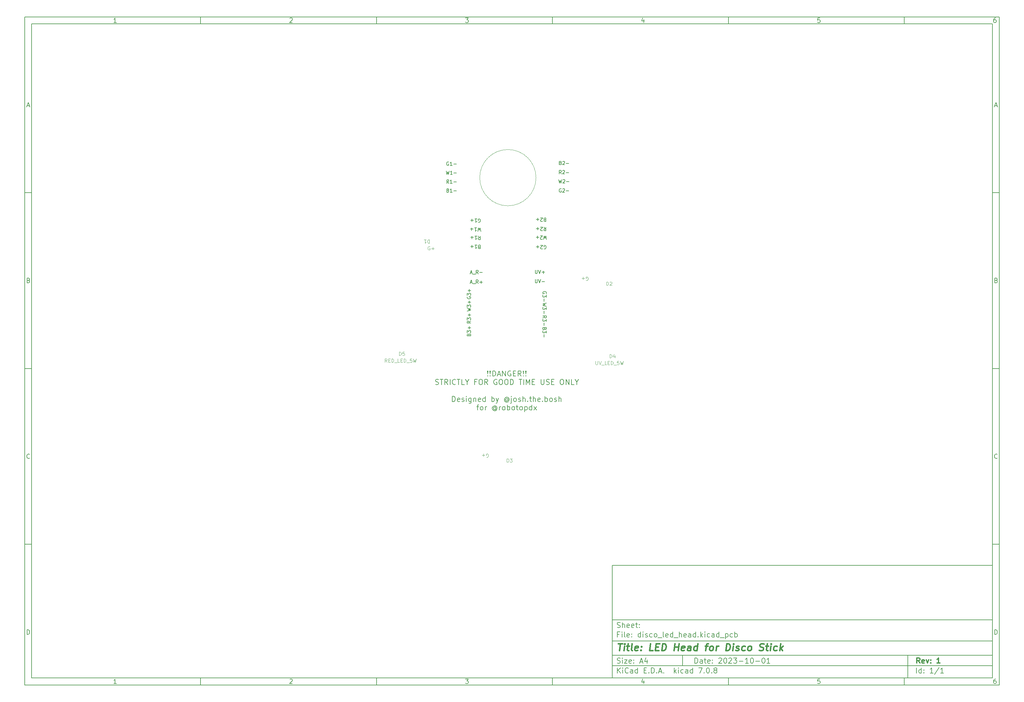
<source format=gbr>
%TF.GenerationSoftware,KiCad,Pcbnew,7.0.8*%
%TF.CreationDate,2024-03-21T08:56:40-07:00*%
%TF.ProjectId,disco_led_head,64697363-6f5f-46c6-9564-5f686561642e,1*%
%TF.SameCoordinates,Original*%
%TF.FileFunction,Legend,Top*%
%TF.FilePolarity,Positive*%
%FSLAX46Y46*%
G04 Gerber Fmt 4.6, Leading zero omitted, Abs format (unit mm)*
G04 Created by KiCad (PCBNEW 7.0.8) date 2024-03-21 08:56:40*
%MOMM*%
%LPD*%
G01*
G04 APERTURE LIST*
%ADD10C,0.100000*%
%ADD11C,0.150000*%
%ADD12C,0.300000*%
%ADD13C,0.400000*%
%ADD14C,0.187500*%
G04 APERTURE END LIST*
D10*
D11*
X177002200Y-166007200D02*
X285002200Y-166007200D01*
X285002200Y-198007200D01*
X177002200Y-198007200D01*
X177002200Y-166007200D01*
D10*
D11*
X10000000Y-10000000D02*
X287002200Y-10000000D01*
X287002200Y-200007200D01*
X10000000Y-200007200D01*
X10000000Y-10000000D01*
D10*
D11*
X12000000Y-12000000D02*
X285002200Y-12000000D01*
X285002200Y-198007200D01*
X12000000Y-198007200D01*
X12000000Y-12000000D01*
D10*
D11*
X60000000Y-12000000D02*
X60000000Y-10000000D01*
D10*
D11*
X110000000Y-12000000D02*
X110000000Y-10000000D01*
D10*
D11*
X160000000Y-12000000D02*
X160000000Y-10000000D01*
D10*
D11*
X210000000Y-12000000D02*
X210000000Y-10000000D01*
D10*
D11*
X260000000Y-12000000D02*
X260000000Y-10000000D01*
D10*
D11*
X36089160Y-11593604D02*
X35346303Y-11593604D01*
X35717731Y-11593604D02*
X35717731Y-10293604D01*
X35717731Y-10293604D02*
X35593922Y-10479319D01*
X35593922Y-10479319D02*
X35470112Y-10603128D01*
X35470112Y-10603128D02*
X35346303Y-10665033D01*
D10*
D11*
X85346303Y-10417414D02*
X85408207Y-10355509D01*
X85408207Y-10355509D02*
X85532017Y-10293604D01*
X85532017Y-10293604D02*
X85841541Y-10293604D01*
X85841541Y-10293604D02*
X85965350Y-10355509D01*
X85965350Y-10355509D02*
X86027255Y-10417414D01*
X86027255Y-10417414D02*
X86089160Y-10541223D01*
X86089160Y-10541223D02*
X86089160Y-10665033D01*
X86089160Y-10665033D02*
X86027255Y-10850747D01*
X86027255Y-10850747D02*
X85284398Y-11593604D01*
X85284398Y-11593604D02*
X86089160Y-11593604D01*
D10*
D11*
X135284398Y-10293604D02*
X136089160Y-10293604D01*
X136089160Y-10293604D02*
X135655826Y-10788842D01*
X135655826Y-10788842D02*
X135841541Y-10788842D01*
X135841541Y-10788842D02*
X135965350Y-10850747D01*
X135965350Y-10850747D02*
X136027255Y-10912652D01*
X136027255Y-10912652D02*
X136089160Y-11036461D01*
X136089160Y-11036461D02*
X136089160Y-11345985D01*
X136089160Y-11345985D02*
X136027255Y-11469795D01*
X136027255Y-11469795D02*
X135965350Y-11531700D01*
X135965350Y-11531700D02*
X135841541Y-11593604D01*
X135841541Y-11593604D02*
X135470112Y-11593604D01*
X135470112Y-11593604D02*
X135346303Y-11531700D01*
X135346303Y-11531700D02*
X135284398Y-11469795D01*
D10*
D11*
X185965350Y-10726938D02*
X185965350Y-11593604D01*
X185655826Y-10231700D02*
X185346303Y-11160271D01*
X185346303Y-11160271D02*
X186151064Y-11160271D01*
D10*
D11*
X236027255Y-10293604D02*
X235408207Y-10293604D01*
X235408207Y-10293604D02*
X235346303Y-10912652D01*
X235346303Y-10912652D02*
X235408207Y-10850747D01*
X235408207Y-10850747D02*
X235532017Y-10788842D01*
X235532017Y-10788842D02*
X235841541Y-10788842D01*
X235841541Y-10788842D02*
X235965350Y-10850747D01*
X235965350Y-10850747D02*
X236027255Y-10912652D01*
X236027255Y-10912652D02*
X236089160Y-11036461D01*
X236089160Y-11036461D02*
X236089160Y-11345985D01*
X236089160Y-11345985D02*
X236027255Y-11469795D01*
X236027255Y-11469795D02*
X235965350Y-11531700D01*
X235965350Y-11531700D02*
X235841541Y-11593604D01*
X235841541Y-11593604D02*
X235532017Y-11593604D01*
X235532017Y-11593604D02*
X235408207Y-11531700D01*
X235408207Y-11531700D02*
X235346303Y-11469795D01*
D10*
D11*
X285965350Y-10293604D02*
X285717731Y-10293604D01*
X285717731Y-10293604D02*
X285593922Y-10355509D01*
X285593922Y-10355509D02*
X285532017Y-10417414D01*
X285532017Y-10417414D02*
X285408207Y-10603128D01*
X285408207Y-10603128D02*
X285346303Y-10850747D01*
X285346303Y-10850747D02*
X285346303Y-11345985D01*
X285346303Y-11345985D02*
X285408207Y-11469795D01*
X285408207Y-11469795D02*
X285470112Y-11531700D01*
X285470112Y-11531700D02*
X285593922Y-11593604D01*
X285593922Y-11593604D02*
X285841541Y-11593604D01*
X285841541Y-11593604D02*
X285965350Y-11531700D01*
X285965350Y-11531700D02*
X286027255Y-11469795D01*
X286027255Y-11469795D02*
X286089160Y-11345985D01*
X286089160Y-11345985D02*
X286089160Y-11036461D01*
X286089160Y-11036461D02*
X286027255Y-10912652D01*
X286027255Y-10912652D02*
X285965350Y-10850747D01*
X285965350Y-10850747D02*
X285841541Y-10788842D01*
X285841541Y-10788842D02*
X285593922Y-10788842D01*
X285593922Y-10788842D02*
X285470112Y-10850747D01*
X285470112Y-10850747D02*
X285408207Y-10912652D01*
X285408207Y-10912652D02*
X285346303Y-11036461D01*
D10*
D11*
X60000000Y-198007200D02*
X60000000Y-200007200D01*
D10*
D11*
X110000000Y-198007200D02*
X110000000Y-200007200D01*
D10*
D11*
X160000000Y-198007200D02*
X160000000Y-200007200D01*
D10*
D11*
X210000000Y-198007200D02*
X210000000Y-200007200D01*
D10*
D11*
X260000000Y-198007200D02*
X260000000Y-200007200D01*
D10*
D11*
X36089160Y-199600804D02*
X35346303Y-199600804D01*
X35717731Y-199600804D02*
X35717731Y-198300804D01*
X35717731Y-198300804D02*
X35593922Y-198486519D01*
X35593922Y-198486519D02*
X35470112Y-198610328D01*
X35470112Y-198610328D02*
X35346303Y-198672233D01*
D10*
D11*
X85346303Y-198424614D02*
X85408207Y-198362709D01*
X85408207Y-198362709D02*
X85532017Y-198300804D01*
X85532017Y-198300804D02*
X85841541Y-198300804D01*
X85841541Y-198300804D02*
X85965350Y-198362709D01*
X85965350Y-198362709D02*
X86027255Y-198424614D01*
X86027255Y-198424614D02*
X86089160Y-198548423D01*
X86089160Y-198548423D02*
X86089160Y-198672233D01*
X86089160Y-198672233D02*
X86027255Y-198857947D01*
X86027255Y-198857947D02*
X85284398Y-199600804D01*
X85284398Y-199600804D02*
X86089160Y-199600804D01*
D10*
D11*
X135284398Y-198300804D02*
X136089160Y-198300804D01*
X136089160Y-198300804D02*
X135655826Y-198796042D01*
X135655826Y-198796042D02*
X135841541Y-198796042D01*
X135841541Y-198796042D02*
X135965350Y-198857947D01*
X135965350Y-198857947D02*
X136027255Y-198919852D01*
X136027255Y-198919852D02*
X136089160Y-199043661D01*
X136089160Y-199043661D02*
X136089160Y-199353185D01*
X136089160Y-199353185D02*
X136027255Y-199476995D01*
X136027255Y-199476995D02*
X135965350Y-199538900D01*
X135965350Y-199538900D02*
X135841541Y-199600804D01*
X135841541Y-199600804D02*
X135470112Y-199600804D01*
X135470112Y-199600804D02*
X135346303Y-199538900D01*
X135346303Y-199538900D02*
X135284398Y-199476995D01*
D10*
D11*
X185965350Y-198734138D02*
X185965350Y-199600804D01*
X185655826Y-198238900D02*
X185346303Y-199167471D01*
X185346303Y-199167471D02*
X186151064Y-199167471D01*
D10*
D11*
X236027255Y-198300804D02*
X235408207Y-198300804D01*
X235408207Y-198300804D02*
X235346303Y-198919852D01*
X235346303Y-198919852D02*
X235408207Y-198857947D01*
X235408207Y-198857947D02*
X235532017Y-198796042D01*
X235532017Y-198796042D02*
X235841541Y-198796042D01*
X235841541Y-198796042D02*
X235965350Y-198857947D01*
X235965350Y-198857947D02*
X236027255Y-198919852D01*
X236027255Y-198919852D02*
X236089160Y-199043661D01*
X236089160Y-199043661D02*
X236089160Y-199353185D01*
X236089160Y-199353185D02*
X236027255Y-199476995D01*
X236027255Y-199476995D02*
X235965350Y-199538900D01*
X235965350Y-199538900D02*
X235841541Y-199600804D01*
X235841541Y-199600804D02*
X235532017Y-199600804D01*
X235532017Y-199600804D02*
X235408207Y-199538900D01*
X235408207Y-199538900D02*
X235346303Y-199476995D01*
D10*
D11*
X285965350Y-198300804D02*
X285717731Y-198300804D01*
X285717731Y-198300804D02*
X285593922Y-198362709D01*
X285593922Y-198362709D02*
X285532017Y-198424614D01*
X285532017Y-198424614D02*
X285408207Y-198610328D01*
X285408207Y-198610328D02*
X285346303Y-198857947D01*
X285346303Y-198857947D02*
X285346303Y-199353185D01*
X285346303Y-199353185D02*
X285408207Y-199476995D01*
X285408207Y-199476995D02*
X285470112Y-199538900D01*
X285470112Y-199538900D02*
X285593922Y-199600804D01*
X285593922Y-199600804D02*
X285841541Y-199600804D01*
X285841541Y-199600804D02*
X285965350Y-199538900D01*
X285965350Y-199538900D02*
X286027255Y-199476995D01*
X286027255Y-199476995D02*
X286089160Y-199353185D01*
X286089160Y-199353185D02*
X286089160Y-199043661D01*
X286089160Y-199043661D02*
X286027255Y-198919852D01*
X286027255Y-198919852D02*
X285965350Y-198857947D01*
X285965350Y-198857947D02*
X285841541Y-198796042D01*
X285841541Y-198796042D02*
X285593922Y-198796042D01*
X285593922Y-198796042D02*
X285470112Y-198857947D01*
X285470112Y-198857947D02*
X285408207Y-198919852D01*
X285408207Y-198919852D02*
X285346303Y-199043661D01*
D10*
D11*
X10000000Y-60000000D02*
X12000000Y-60000000D01*
D10*
D11*
X10000000Y-110000000D02*
X12000000Y-110000000D01*
D10*
D11*
X10000000Y-160000000D02*
X12000000Y-160000000D01*
D10*
D11*
X10690476Y-35222176D02*
X11309523Y-35222176D01*
X10566666Y-35593604D02*
X10999999Y-34293604D01*
X10999999Y-34293604D02*
X11433333Y-35593604D01*
D10*
D11*
X11092857Y-84912652D02*
X11278571Y-84974557D01*
X11278571Y-84974557D02*
X11340476Y-85036461D01*
X11340476Y-85036461D02*
X11402380Y-85160271D01*
X11402380Y-85160271D02*
X11402380Y-85345985D01*
X11402380Y-85345985D02*
X11340476Y-85469795D01*
X11340476Y-85469795D02*
X11278571Y-85531700D01*
X11278571Y-85531700D02*
X11154761Y-85593604D01*
X11154761Y-85593604D02*
X10659523Y-85593604D01*
X10659523Y-85593604D02*
X10659523Y-84293604D01*
X10659523Y-84293604D02*
X11092857Y-84293604D01*
X11092857Y-84293604D02*
X11216666Y-84355509D01*
X11216666Y-84355509D02*
X11278571Y-84417414D01*
X11278571Y-84417414D02*
X11340476Y-84541223D01*
X11340476Y-84541223D02*
X11340476Y-84665033D01*
X11340476Y-84665033D02*
X11278571Y-84788842D01*
X11278571Y-84788842D02*
X11216666Y-84850747D01*
X11216666Y-84850747D02*
X11092857Y-84912652D01*
X11092857Y-84912652D02*
X10659523Y-84912652D01*
D10*
D11*
X11402380Y-135469795D02*
X11340476Y-135531700D01*
X11340476Y-135531700D02*
X11154761Y-135593604D01*
X11154761Y-135593604D02*
X11030952Y-135593604D01*
X11030952Y-135593604D02*
X10845238Y-135531700D01*
X10845238Y-135531700D02*
X10721428Y-135407890D01*
X10721428Y-135407890D02*
X10659523Y-135284080D01*
X10659523Y-135284080D02*
X10597619Y-135036461D01*
X10597619Y-135036461D02*
X10597619Y-134850747D01*
X10597619Y-134850747D02*
X10659523Y-134603128D01*
X10659523Y-134603128D02*
X10721428Y-134479319D01*
X10721428Y-134479319D02*
X10845238Y-134355509D01*
X10845238Y-134355509D02*
X11030952Y-134293604D01*
X11030952Y-134293604D02*
X11154761Y-134293604D01*
X11154761Y-134293604D02*
X11340476Y-134355509D01*
X11340476Y-134355509D02*
X11402380Y-134417414D01*
D10*
D11*
X10659523Y-185593604D02*
X10659523Y-184293604D01*
X10659523Y-184293604D02*
X10969047Y-184293604D01*
X10969047Y-184293604D02*
X11154761Y-184355509D01*
X11154761Y-184355509D02*
X11278571Y-184479319D01*
X11278571Y-184479319D02*
X11340476Y-184603128D01*
X11340476Y-184603128D02*
X11402380Y-184850747D01*
X11402380Y-184850747D02*
X11402380Y-185036461D01*
X11402380Y-185036461D02*
X11340476Y-185284080D01*
X11340476Y-185284080D02*
X11278571Y-185407890D01*
X11278571Y-185407890D02*
X11154761Y-185531700D01*
X11154761Y-185531700D02*
X10969047Y-185593604D01*
X10969047Y-185593604D02*
X10659523Y-185593604D01*
D10*
D11*
X287002200Y-60000000D02*
X285002200Y-60000000D01*
D10*
D11*
X287002200Y-110000000D02*
X285002200Y-110000000D01*
D10*
D11*
X287002200Y-160000000D02*
X285002200Y-160000000D01*
D10*
D11*
X285692676Y-35222176D02*
X286311723Y-35222176D01*
X285568866Y-35593604D02*
X286002199Y-34293604D01*
X286002199Y-34293604D02*
X286435533Y-35593604D01*
D10*
D11*
X286095057Y-84912652D02*
X286280771Y-84974557D01*
X286280771Y-84974557D02*
X286342676Y-85036461D01*
X286342676Y-85036461D02*
X286404580Y-85160271D01*
X286404580Y-85160271D02*
X286404580Y-85345985D01*
X286404580Y-85345985D02*
X286342676Y-85469795D01*
X286342676Y-85469795D02*
X286280771Y-85531700D01*
X286280771Y-85531700D02*
X286156961Y-85593604D01*
X286156961Y-85593604D02*
X285661723Y-85593604D01*
X285661723Y-85593604D02*
X285661723Y-84293604D01*
X285661723Y-84293604D02*
X286095057Y-84293604D01*
X286095057Y-84293604D02*
X286218866Y-84355509D01*
X286218866Y-84355509D02*
X286280771Y-84417414D01*
X286280771Y-84417414D02*
X286342676Y-84541223D01*
X286342676Y-84541223D02*
X286342676Y-84665033D01*
X286342676Y-84665033D02*
X286280771Y-84788842D01*
X286280771Y-84788842D02*
X286218866Y-84850747D01*
X286218866Y-84850747D02*
X286095057Y-84912652D01*
X286095057Y-84912652D02*
X285661723Y-84912652D01*
D10*
D11*
X286404580Y-135469795D02*
X286342676Y-135531700D01*
X286342676Y-135531700D02*
X286156961Y-135593604D01*
X286156961Y-135593604D02*
X286033152Y-135593604D01*
X286033152Y-135593604D02*
X285847438Y-135531700D01*
X285847438Y-135531700D02*
X285723628Y-135407890D01*
X285723628Y-135407890D02*
X285661723Y-135284080D01*
X285661723Y-135284080D02*
X285599819Y-135036461D01*
X285599819Y-135036461D02*
X285599819Y-134850747D01*
X285599819Y-134850747D02*
X285661723Y-134603128D01*
X285661723Y-134603128D02*
X285723628Y-134479319D01*
X285723628Y-134479319D02*
X285847438Y-134355509D01*
X285847438Y-134355509D02*
X286033152Y-134293604D01*
X286033152Y-134293604D02*
X286156961Y-134293604D01*
X286156961Y-134293604D02*
X286342676Y-134355509D01*
X286342676Y-134355509D02*
X286404580Y-134417414D01*
D10*
D11*
X285661723Y-185593604D02*
X285661723Y-184293604D01*
X285661723Y-184293604D02*
X285971247Y-184293604D01*
X285971247Y-184293604D02*
X286156961Y-184355509D01*
X286156961Y-184355509D02*
X286280771Y-184479319D01*
X286280771Y-184479319D02*
X286342676Y-184603128D01*
X286342676Y-184603128D02*
X286404580Y-184850747D01*
X286404580Y-184850747D02*
X286404580Y-185036461D01*
X286404580Y-185036461D02*
X286342676Y-185284080D01*
X286342676Y-185284080D02*
X286280771Y-185407890D01*
X286280771Y-185407890D02*
X286156961Y-185531700D01*
X286156961Y-185531700D02*
X285971247Y-185593604D01*
X285971247Y-185593604D02*
X285661723Y-185593604D01*
D10*
D11*
X200458026Y-193793328D02*
X200458026Y-192293328D01*
X200458026Y-192293328D02*
X200815169Y-192293328D01*
X200815169Y-192293328D02*
X201029455Y-192364757D01*
X201029455Y-192364757D02*
X201172312Y-192507614D01*
X201172312Y-192507614D02*
X201243741Y-192650471D01*
X201243741Y-192650471D02*
X201315169Y-192936185D01*
X201315169Y-192936185D02*
X201315169Y-193150471D01*
X201315169Y-193150471D02*
X201243741Y-193436185D01*
X201243741Y-193436185D02*
X201172312Y-193579042D01*
X201172312Y-193579042D02*
X201029455Y-193721900D01*
X201029455Y-193721900D02*
X200815169Y-193793328D01*
X200815169Y-193793328D02*
X200458026Y-193793328D01*
X202600884Y-193793328D02*
X202600884Y-193007614D01*
X202600884Y-193007614D02*
X202529455Y-192864757D01*
X202529455Y-192864757D02*
X202386598Y-192793328D01*
X202386598Y-192793328D02*
X202100884Y-192793328D01*
X202100884Y-192793328D02*
X201958026Y-192864757D01*
X202600884Y-193721900D02*
X202458026Y-193793328D01*
X202458026Y-193793328D02*
X202100884Y-193793328D01*
X202100884Y-193793328D02*
X201958026Y-193721900D01*
X201958026Y-193721900D02*
X201886598Y-193579042D01*
X201886598Y-193579042D02*
X201886598Y-193436185D01*
X201886598Y-193436185D02*
X201958026Y-193293328D01*
X201958026Y-193293328D02*
X202100884Y-193221900D01*
X202100884Y-193221900D02*
X202458026Y-193221900D01*
X202458026Y-193221900D02*
X202600884Y-193150471D01*
X203100884Y-192793328D02*
X203672312Y-192793328D01*
X203315169Y-192293328D02*
X203315169Y-193579042D01*
X203315169Y-193579042D02*
X203386598Y-193721900D01*
X203386598Y-193721900D02*
X203529455Y-193793328D01*
X203529455Y-193793328D02*
X203672312Y-193793328D01*
X204743741Y-193721900D02*
X204600884Y-193793328D01*
X204600884Y-193793328D02*
X204315170Y-193793328D01*
X204315170Y-193793328D02*
X204172312Y-193721900D01*
X204172312Y-193721900D02*
X204100884Y-193579042D01*
X204100884Y-193579042D02*
X204100884Y-193007614D01*
X204100884Y-193007614D02*
X204172312Y-192864757D01*
X204172312Y-192864757D02*
X204315170Y-192793328D01*
X204315170Y-192793328D02*
X204600884Y-192793328D01*
X204600884Y-192793328D02*
X204743741Y-192864757D01*
X204743741Y-192864757D02*
X204815170Y-193007614D01*
X204815170Y-193007614D02*
X204815170Y-193150471D01*
X204815170Y-193150471D02*
X204100884Y-193293328D01*
X205458026Y-193650471D02*
X205529455Y-193721900D01*
X205529455Y-193721900D02*
X205458026Y-193793328D01*
X205458026Y-193793328D02*
X205386598Y-193721900D01*
X205386598Y-193721900D02*
X205458026Y-193650471D01*
X205458026Y-193650471D02*
X205458026Y-193793328D01*
X205458026Y-192864757D02*
X205529455Y-192936185D01*
X205529455Y-192936185D02*
X205458026Y-193007614D01*
X205458026Y-193007614D02*
X205386598Y-192936185D01*
X205386598Y-192936185D02*
X205458026Y-192864757D01*
X205458026Y-192864757D02*
X205458026Y-193007614D01*
X207243741Y-192436185D02*
X207315169Y-192364757D01*
X207315169Y-192364757D02*
X207458027Y-192293328D01*
X207458027Y-192293328D02*
X207815169Y-192293328D01*
X207815169Y-192293328D02*
X207958027Y-192364757D01*
X207958027Y-192364757D02*
X208029455Y-192436185D01*
X208029455Y-192436185D02*
X208100884Y-192579042D01*
X208100884Y-192579042D02*
X208100884Y-192721900D01*
X208100884Y-192721900D02*
X208029455Y-192936185D01*
X208029455Y-192936185D02*
X207172312Y-193793328D01*
X207172312Y-193793328D02*
X208100884Y-193793328D01*
X209029455Y-192293328D02*
X209172312Y-192293328D01*
X209172312Y-192293328D02*
X209315169Y-192364757D01*
X209315169Y-192364757D02*
X209386598Y-192436185D01*
X209386598Y-192436185D02*
X209458026Y-192579042D01*
X209458026Y-192579042D02*
X209529455Y-192864757D01*
X209529455Y-192864757D02*
X209529455Y-193221900D01*
X209529455Y-193221900D02*
X209458026Y-193507614D01*
X209458026Y-193507614D02*
X209386598Y-193650471D01*
X209386598Y-193650471D02*
X209315169Y-193721900D01*
X209315169Y-193721900D02*
X209172312Y-193793328D01*
X209172312Y-193793328D02*
X209029455Y-193793328D01*
X209029455Y-193793328D02*
X208886598Y-193721900D01*
X208886598Y-193721900D02*
X208815169Y-193650471D01*
X208815169Y-193650471D02*
X208743740Y-193507614D01*
X208743740Y-193507614D02*
X208672312Y-193221900D01*
X208672312Y-193221900D02*
X208672312Y-192864757D01*
X208672312Y-192864757D02*
X208743740Y-192579042D01*
X208743740Y-192579042D02*
X208815169Y-192436185D01*
X208815169Y-192436185D02*
X208886598Y-192364757D01*
X208886598Y-192364757D02*
X209029455Y-192293328D01*
X210100883Y-192436185D02*
X210172311Y-192364757D01*
X210172311Y-192364757D02*
X210315169Y-192293328D01*
X210315169Y-192293328D02*
X210672311Y-192293328D01*
X210672311Y-192293328D02*
X210815169Y-192364757D01*
X210815169Y-192364757D02*
X210886597Y-192436185D01*
X210886597Y-192436185D02*
X210958026Y-192579042D01*
X210958026Y-192579042D02*
X210958026Y-192721900D01*
X210958026Y-192721900D02*
X210886597Y-192936185D01*
X210886597Y-192936185D02*
X210029454Y-193793328D01*
X210029454Y-193793328D02*
X210958026Y-193793328D01*
X211458025Y-192293328D02*
X212386597Y-192293328D01*
X212386597Y-192293328D02*
X211886597Y-192864757D01*
X211886597Y-192864757D02*
X212100882Y-192864757D01*
X212100882Y-192864757D02*
X212243740Y-192936185D01*
X212243740Y-192936185D02*
X212315168Y-193007614D01*
X212315168Y-193007614D02*
X212386597Y-193150471D01*
X212386597Y-193150471D02*
X212386597Y-193507614D01*
X212386597Y-193507614D02*
X212315168Y-193650471D01*
X212315168Y-193650471D02*
X212243740Y-193721900D01*
X212243740Y-193721900D02*
X212100882Y-193793328D01*
X212100882Y-193793328D02*
X211672311Y-193793328D01*
X211672311Y-193793328D02*
X211529454Y-193721900D01*
X211529454Y-193721900D02*
X211458025Y-193650471D01*
X213029453Y-193221900D02*
X214172311Y-193221900D01*
X215672311Y-193793328D02*
X214815168Y-193793328D01*
X215243739Y-193793328D02*
X215243739Y-192293328D01*
X215243739Y-192293328D02*
X215100882Y-192507614D01*
X215100882Y-192507614D02*
X214958025Y-192650471D01*
X214958025Y-192650471D02*
X214815168Y-192721900D01*
X216600882Y-192293328D02*
X216743739Y-192293328D01*
X216743739Y-192293328D02*
X216886596Y-192364757D01*
X216886596Y-192364757D02*
X216958025Y-192436185D01*
X216958025Y-192436185D02*
X217029453Y-192579042D01*
X217029453Y-192579042D02*
X217100882Y-192864757D01*
X217100882Y-192864757D02*
X217100882Y-193221900D01*
X217100882Y-193221900D02*
X217029453Y-193507614D01*
X217029453Y-193507614D02*
X216958025Y-193650471D01*
X216958025Y-193650471D02*
X216886596Y-193721900D01*
X216886596Y-193721900D02*
X216743739Y-193793328D01*
X216743739Y-193793328D02*
X216600882Y-193793328D01*
X216600882Y-193793328D02*
X216458025Y-193721900D01*
X216458025Y-193721900D02*
X216386596Y-193650471D01*
X216386596Y-193650471D02*
X216315167Y-193507614D01*
X216315167Y-193507614D02*
X216243739Y-193221900D01*
X216243739Y-193221900D02*
X216243739Y-192864757D01*
X216243739Y-192864757D02*
X216315167Y-192579042D01*
X216315167Y-192579042D02*
X216386596Y-192436185D01*
X216386596Y-192436185D02*
X216458025Y-192364757D01*
X216458025Y-192364757D02*
X216600882Y-192293328D01*
X217743738Y-193221900D02*
X218886596Y-193221900D01*
X219886596Y-192293328D02*
X220029453Y-192293328D01*
X220029453Y-192293328D02*
X220172310Y-192364757D01*
X220172310Y-192364757D02*
X220243739Y-192436185D01*
X220243739Y-192436185D02*
X220315167Y-192579042D01*
X220315167Y-192579042D02*
X220386596Y-192864757D01*
X220386596Y-192864757D02*
X220386596Y-193221900D01*
X220386596Y-193221900D02*
X220315167Y-193507614D01*
X220315167Y-193507614D02*
X220243739Y-193650471D01*
X220243739Y-193650471D02*
X220172310Y-193721900D01*
X220172310Y-193721900D02*
X220029453Y-193793328D01*
X220029453Y-193793328D02*
X219886596Y-193793328D01*
X219886596Y-193793328D02*
X219743739Y-193721900D01*
X219743739Y-193721900D02*
X219672310Y-193650471D01*
X219672310Y-193650471D02*
X219600881Y-193507614D01*
X219600881Y-193507614D02*
X219529453Y-193221900D01*
X219529453Y-193221900D02*
X219529453Y-192864757D01*
X219529453Y-192864757D02*
X219600881Y-192579042D01*
X219600881Y-192579042D02*
X219672310Y-192436185D01*
X219672310Y-192436185D02*
X219743739Y-192364757D01*
X219743739Y-192364757D02*
X219886596Y-192293328D01*
X221815167Y-193793328D02*
X220958024Y-193793328D01*
X221386595Y-193793328D02*
X221386595Y-192293328D01*
X221386595Y-192293328D02*
X221243738Y-192507614D01*
X221243738Y-192507614D02*
X221100881Y-192650471D01*
X221100881Y-192650471D02*
X220958024Y-192721900D01*
D10*
D11*
X177002200Y-194507200D02*
X285002200Y-194507200D01*
D10*
D11*
X178458026Y-196593328D02*
X178458026Y-195093328D01*
X179315169Y-196593328D02*
X178672312Y-195736185D01*
X179315169Y-195093328D02*
X178458026Y-195950471D01*
X179958026Y-196593328D02*
X179958026Y-195593328D01*
X179958026Y-195093328D02*
X179886598Y-195164757D01*
X179886598Y-195164757D02*
X179958026Y-195236185D01*
X179958026Y-195236185D02*
X180029455Y-195164757D01*
X180029455Y-195164757D02*
X179958026Y-195093328D01*
X179958026Y-195093328D02*
X179958026Y-195236185D01*
X181529455Y-196450471D02*
X181458027Y-196521900D01*
X181458027Y-196521900D02*
X181243741Y-196593328D01*
X181243741Y-196593328D02*
X181100884Y-196593328D01*
X181100884Y-196593328D02*
X180886598Y-196521900D01*
X180886598Y-196521900D02*
X180743741Y-196379042D01*
X180743741Y-196379042D02*
X180672312Y-196236185D01*
X180672312Y-196236185D02*
X180600884Y-195950471D01*
X180600884Y-195950471D02*
X180600884Y-195736185D01*
X180600884Y-195736185D02*
X180672312Y-195450471D01*
X180672312Y-195450471D02*
X180743741Y-195307614D01*
X180743741Y-195307614D02*
X180886598Y-195164757D01*
X180886598Y-195164757D02*
X181100884Y-195093328D01*
X181100884Y-195093328D02*
X181243741Y-195093328D01*
X181243741Y-195093328D02*
X181458027Y-195164757D01*
X181458027Y-195164757D02*
X181529455Y-195236185D01*
X182815170Y-196593328D02*
X182815170Y-195807614D01*
X182815170Y-195807614D02*
X182743741Y-195664757D01*
X182743741Y-195664757D02*
X182600884Y-195593328D01*
X182600884Y-195593328D02*
X182315170Y-195593328D01*
X182315170Y-195593328D02*
X182172312Y-195664757D01*
X182815170Y-196521900D02*
X182672312Y-196593328D01*
X182672312Y-196593328D02*
X182315170Y-196593328D01*
X182315170Y-196593328D02*
X182172312Y-196521900D01*
X182172312Y-196521900D02*
X182100884Y-196379042D01*
X182100884Y-196379042D02*
X182100884Y-196236185D01*
X182100884Y-196236185D02*
X182172312Y-196093328D01*
X182172312Y-196093328D02*
X182315170Y-196021900D01*
X182315170Y-196021900D02*
X182672312Y-196021900D01*
X182672312Y-196021900D02*
X182815170Y-195950471D01*
X184172313Y-196593328D02*
X184172313Y-195093328D01*
X184172313Y-196521900D02*
X184029455Y-196593328D01*
X184029455Y-196593328D02*
X183743741Y-196593328D01*
X183743741Y-196593328D02*
X183600884Y-196521900D01*
X183600884Y-196521900D02*
X183529455Y-196450471D01*
X183529455Y-196450471D02*
X183458027Y-196307614D01*
X183458027Y-196307614D02*
X183458027Y-195879042D01*
X183458027Y-195879042D02*
X183529455Y-195736185D01*
X183529455Y-195736185D02*
X183600884Y-195664757D01*
X183600884Y-195664757D02*
X183743741Y-195593328D01*
X183743741Y-195593328D02*
X184029455Y-195593328D01*
X184029455Y-195593328D02*
X184172313Y-195664757D01*
X186029455Y-195807614D02*
X186529455Y-195807614D01*
X186743741Y-196593328D02*
X186029455Y-196593328D01*
X186029455Y-196593328D02*
X186029455Y-195093328D01*
X186029455Y-195093328D02*
X186743741Y-195093328D01*
X187386598Y-196450471D02*
X187458027Y-196521900D01*
X187458027Y-196521900D02*
X187386598Y-196593328D01*
X187386598Y-196593328D02*
X187315170Y-196521900D01*
X187315170Y-196521900D02*
X187386598Y-196450471D01*
X187386598Y-196450471D02*
X187386598Y-196593328D01*
X188100884Y-196593328D02*
X188100884Y-195093328D01*
X188100884Y-195093328D02*
X188458027Y-195093328D01*
X188458027Y-195093328D02*
X188672313Y-195164757D01*
X188672313Y-195164757D02*
X188815170Y-195307614D01*
X188815170Y-195307614D02*
X188886599Y-195450471D01*
X188886599Y-195450471D02*
X188958027Y-195736185D01*
X188958027Y-195736185D02*
X188958027Y-195950471D01*
X188958027Y-195950471D02*
X188886599Y-196236185D01*
X188886599Y-196236185D02*
X188815170Y-196379042D01*
X188815170Y-196379042D02*
X188672313Y-196521900D01*
X188672313Y-196521900D02*
X188458027Y-196593328D01*
X188458027Y-196593328D02*
X188100884Y-196593328D01*
X189600884Y-196450471D02*
X189672313Y-196521900D01*
X189672313Y-196521900D02*
X189600884Y-196593328D01*
X189600884Y-196593328D02*
X189529456Y-196521900D01*
X189529456Y-196521900D02*
X189600884Y-196450471D01*
X189600884Y-196450471D02*
X189600884Y-196593328D01*
X190243742Y-196164757D02*
X190958028Y-196164757D01*
X190100885Y-196593328D02*
X190600885Y-195093328D01*
X190600885Y-195093328D02*
X191100885Y-196593328D01*
X191600884Y-196450471D02*
X191672313Y-196521900D01*
X191672313Y-196521900D02*
X191600884Y-196593328D01*
X191600884Y-196593328D02*
X191529456Y-196521900D01*
X191529456Y-196521900D02*
X191600884Y-196450471D01*
X191600884Y-196450471D02*
X191600884Y-196593328D01*
X194600884Y-196593328D02*
X194600884Y-195093328D01*
X194743742Y-196021900D02*
X195172313Y-196593328D01*
X195172313Y-195593328D02*
X194600884Y-196164757D01*
X195815170Y-196593328D02*
X195815170Y-195593328D01*
X195815170Y-195093328D02*
X195743742Y-195164757D01*
X195743742Y-195164757D02*
X195815170Y-195236185D01*
X195815170Y-195236185D02*
X195886599Y-195164757D01*
X195886599Y-195164757D02*
X195815170Y-195093328D01*
X195815170Y-195093328D02*
X195815170Y-195236185D01*
X197172314Y-196521900D02*
X197029456Y-196593328D01*
X197029456Y-196593328D02*
X196743742Y-196593328D01*
X196743742Y-196593328D02*
X196600885Y-196521900D01*
X196600885Y-196521900D02*
X196529456Y-196450471D01*
X196529456Y-196450471D02*
X196458028Y-196307614D01*
X196458028Y-196307614D02*
X196458028Y-195879042D01*
X196458028Y-195879042D02*
X196529456Y-195736185D01*
X196529456Y-195736185D02*
X196600885Y-195664757D01*
X196600885Y-195664757D02*
X196743742Y-195593328D01*
X196743742Y-195593328D02*
X197029456Y-195593328D01*
X197029456Y-195593328D02*
X197172314Y-195664757D01*
X198458028Y-196593328D02*
X198458028Y-195807614D01*
X198458028Y-195807614D02*
X198386599Y-195664757D01*
X198386599Y-195664757D02*
X198243742Y-195593328D01*
X198243742Y-195593328D02*
X197958028Y-195593328D01*
X197958028Y-195593328D02*
X197815170Y-195664757D01*
X198458028Y-196521900D02*
X198315170Y-196593328D01*
X198315170Y-196593328D02*
X197958028Y-196593328D01*
X197958028Y-196593328D02*
X197815170Y-196521900D01*
X197815170Y-196521900D02*
X197743742Y-196379042D01*
X197743742Y-196379042D02*
X197743742Y-196236185D01*
X197743742Y-196236185D02*
X197815170Y-196093328D01*
X197815170Y-196093328D02*
X197958028Y-196021900D01*
X197958028Y-196021900D02*
X198315170Y-196021900D01*
X198315170Y-196021900D02*
X198458028Y-195950471D01*
X199815171Y-196593328D02*
X199815171Y-195093328D01*
X199815171Y-196521900D02*
X199672313Y-196593328D01*
X199672313Y-196593328D02*
X199386599Y-196593328D01*
X199386599Y-196593328D02*
X199243742Y-196521900D01*
X199243742Y-196521900D02*
X199172313Y-196450471D01*
X199172313Y-196450471D02*
X199100885Y-196307614D01*
X199100885Y-196307614D02*
X199100885Y-195879042D01*
X199100885Y-195879042D02*
X199172313Y-195736185D01*
X199172313Y-195736185D02*
X199243742Y-195664757D01*
X199243742Y-195664757D02*
X199386599Y-195593328D01*
X199386599Y-195593328D02*
X199672313Y-195593328D01*
X199672313Y-195593328D02*
X199815171Y-195664757D01*
X201529456Y-195093328D02*
X202529456Y-195093328D01*
X202529456Y-195093328D02*
X201886599Y-196593328D01*
X203100884Y-196450471D02*
X203172313Y-196521900D01*
X203172313Y-196521900D02*
X203100884Y-196593328D01*
X203100884Y-196593328D02*
X203029456Y-196521900D01*
X203029456Y-196521900D02*
X203100884Y-196450471D01*
X203100884Y-196450471D02*
X203100884Y-196593328D01*
X204100885Y-195093328D02*
X204243742Y-195093328D01*
X204243742Y-195093328D02*
X204386599Y-195164757D01*
X204386599Y-195164757D02*
X204458028Y-195236185D01*
X204458028Y-195236185D02*
X204529456Y-195379042D01*
X204529456Y-195379042D02*
X204600885Y-195664757D01*
X204600885Y-195664757D02*
X204600885Y-196021900D01*
X204600885Y-196021900D02*
X204529456Y-196307614D01*
X204529456Y-196307614D02*
X204458028Y-196450471D01*
X204458028Y-196450471D02*
X204386599Y-196521900D01*
X204386599Y-196521900D02*
X204243742Y-196593328D01*
X204243742Y-196593328D02*
X204100885Y-196593328D01*
X204100885Y-196593328D02*
X203958028Y-196521900D01*
X203958028Y-196521900D02*
X203886599Y-196450471D01*
X203886599Y-196450471D02*
X203815170Y-196307614D01*
X203815170Y-196307614D02*
X203743742Y-196021900D01*
X203743742Y-196021900D02*
X203743742Y-195664757D01*
X203743742Y-195664757D02*
X203815170Y-195379042D01*
X203815170Y-195379042D02*
X203886599Y-195236185D01*
X203886599Y-195236185D02*
X203958028Y-195164757D01*
X203958028Y-195164757D02*
X204100885Y-195093328D01*
X205243741Y-196450471D02*
X205315170Y-196521900D01*
X205315170Y-196521900D02*
X205243741Y-196593328D01*
X205243741Y-196593328D02*
X205172313Y-196521900D01*
X205172313Y-196521900D02*
X205243741Y-196450471D01*
X205243741Y-196450471D02*
X205243741Y-196593328D01*
X206172313Y-195736185D02*
X206029456Y-195664757D01*
X206029456Y-195664757D02*
X205958027Y-195593328D01*
X205958027Y-195593328D02*
X205886599Y-195450471D01*
X205886599Y-195450471D02*
X205886599Y-195379042D01*
X205886599Y-195379042D02*
X205958027Y-195236185D01*
X205958027Y-195236185D02*
X206029456Y-195164757D01*
X206029456Y-195164757D02*
X206172313Y-195093328D01*
X206172313Y-195093328D02*
X206458027Y-195093328D01*
X206458027Y-195093328D02*
X206600885Y-195164757D01*
X206600885Y-195164757D02*
X206672313Y-195236185D01*
X206672313Y-195236185D02*
X206743742Y-195379042D01*
X206743742Y-195379042D02*
X206743742Y-195450471D01*
X206743742Y-195450471D02*
X206672313Y-195593328D01*
X206672313Y-195593328D02*
X206600885Y-195664757D01*
X206600885Y-195664757D02*
X206458027Y-195736185D01*
X206458027Y-195736185D02*
X206172313Y-195736185D01*
X206172313Y-195736185D02*
X206029456Y-195807614D01*
X206029456Y-195807614D02*
X205958027Y-195879042D01*
X205958027Y-195879042D02*
X205886599Y-196021900D01*
X205886599Y-196021900D02*
X205886599Y-196307614D01*
X205886599Y-196307614D02*
X205958027Y-196450471D01*
X205958027Y-196450471D02*
X206029456Y-196521900D01*
X206029456Y-196521900D02*
X206172313Y-196593328D01*
X206172313Y-196593328D02*
X206458027Y-196593328D01*
X206458027Y-196593328D02*
X206600885Y-196521900D01*
X206600885Y-196521900D02*
X206672313Y-196450471D01*
X206672313Y-196450471D02*
X206743742Y-196307614D01*
X206743742Y-196307614D02*
X206743742Y-196021900D01*
X206743742Y-196021900D02*
X206672313Y-195879042D01*
X206672313Y-195879042D02*
X206600885Y-195807614D01*
X206600885Y-195807614D02*
X206458027Y-195736185D01*
D10*
D11*
X177002200Y-191507200D02*
X285002200Y-191507200D01*
D10*
D12*
X264413853Y-193785528D02*
X263913853Y-193071242D01*
X263556710Y-193785528D02*
X263556710Y-192285528D01*
X263556710Y-192285528D02*
X264128139Y-192285528D01*
X264128139Y-192285528D02*
X264270996Y-192356957D01*
X264270996Y-192356957D02*
X264342425Y-192428385D01*
X264342425Y-192428385D02*
X264413853Y-192571242D01*
X264413853Y-192571242D02*
X264413853Y-192785528D01*
X264413853Y-192785528D02*
X264342425Y-192928385D01*
X264342425Y-192928385D02*
X264270996Y-192999814D01*
X264270996Y-192999814D02*
X264128139Y-193071242D01*
X264128139Y-193071242D02*
X263556710Y-193071242D01*
X265628139Y-193714100D02*
X265485282Y-193785528D01*
X265485282Y-193785528D02*
X265199568Y-193785528D01*
X265199568Y-193785528D02*
X265056710Y-193714100D01*
X265056710Y-193714100D02*
X264985282Y-193571242D01*
X264985282Y-193571242D02*
X264985282Y-192999814D01*
X264985282Y-192999814D02*
X265056710Y-192856957D01*
X265056710Y-192856957D02*
X265199568Y-192785528D01*
X265199568Y-192785528D02*
X265485282Y-192785528D01*
X265485282Y-192785528D02*
X265628139Y-192856957D01*
X265628139Y-192856957D02*
X265699568Y-192999814D01*
X265699568Y-192999814D02*
X265699568Y-193142671D01*
X265699568Y-193142671D02*
X264985282Y-193285528D01*
X266199567Y-192785528D02*
X266556710Y-193785528D01*
X266556710Y-193785528D02*
X266913853Y-192785528D01*
X267485281Y-193642671D02*
X267556710Y-193714100D01*
X267556710Y-193714100D02*
X267485281Y-193785528D01*
X267485281Y-193785528D02*
X267413853Y-193714100D01*
X267413853Y-193714100D02*
X267485281Y-193642671D01*
X267485281Y-193642671D02*
X267485281Y-193785528D01*
X267485281Y-192856957D02*
X267556710Y-192928385D01*
X267556710Y-192928385D02*
X267485281Y-192999814D01*
X267485281Y-192999814D02*
X267413853Y-192928385D01*
X267413853Y-192928385D02*
X267485281Y-192856957D01*
X267485281Y-192856957D02*
X267485281Y-192999814D01*
X270128139Y-193785528D02*
X269270996Y-193785528D01*
X269699567Y-193785528D02*
X269699567Y-192285528D01*
X269699567Y-192285528D02*
X269556710Y-192499814D01*
X269556710Y-192499814D02*
X269413853Y-192642671D01*
X269413853Y-192642671D02*
X269270996Y-192714100D01*
D10*
D11*
X178386598Y-193721900D02*
X178600884Y-193793328D01*
X178600884Y-193793328D02*
X178958026Y-193793328D01*
X178958026Y-193793328D02*
X179100884Y-193721900D01*
X179100884Y-193721900D02*
X179172312Y-193650471D01*
X179172312Y-193650471D02*
X179243741Y-193507614D01*
X179243741Y-193507614D02*
X179243741Y-193364757D01*
X179243741Y-193364757D02*
X179172312Y-193221900D01*
X179172312Y-193221900D02*
X179100884Y-193150471D01*
X179100884Y-193150471D02*
X178958026Y-193079042D01*
X178958026Y-193079042D02*
X178672312Y-193007614D01*
X178672312Y-193007614D02*
X178529455Y-192936185D01*
X178529455Y-192936185D02*
X178458026Y-192864757D01*
X178458026Y-192864757D02*
X178386598Y-192721900D01*
X178386598Y-192721900D02*
X178386598Y-192579042D01*
X178386598Y-192579042D02*
X178458026Y-192436185D01*
X178458026Y-192436185D02*
X178529455Y-192364757D01*
X178529455Y-192364757D02*
X178672312Y-192293328D01*
X178672312Y-192293328D02*
X179029455Y-192293328D01*
X179029455Y-192293328D02*
X179243741Y-192364757D01*
X179886597Y-193793328D02*
X179886597Y-192793328D01*
X179886597Y-192293328D02*
X179815169Y-192364757D01*
X179815169Y-192364757D02*
X179886597Y-192436185D01*
X179886597Y-192436185D02*
X179958026Y-192364757D01*
X179958026Y-192364757D02*
X179886597Y-192293328D01*
X179886597Y-192293328D02*
X179886597Y-192436185D01*
X180458026Y-192793328D02*
X181243741Y-192793328D01*
X181243741Y-192793328D02*
X180458026Y-193793328D01*
X180458026Y-193793328D02*
X181243741Y-193793328D01*
X182386598Y-193721900D02*
X182243741Y-193793328D01*
X182243741Y-193793328D02*
X181958027Y-193793328D01*
X181958027Y-193793328D02*
X181815169Y-193721900D01*
X181815169Y-193721900D02*
X181743741Y-193579042D01*
X181743741Y-193579042D02*
X181743741Y-193007614D01*
X181743741Y-193007614D02*
X181815169Y-192864757D01*
X181815169Y-192864757D02*
X181958027Y-192793328D01*
X181958027Y-192793328D02*
X182243741Y-192793328D01*
X182243741Y-192793328D02*
X182386598Y-192864757D01*
X182386598Y-192864757D02*
X182458027Y-193007614D01*
X182458027Y-193007614D02*
X182458027Y-193150471D01*
X182458027Y-193150471D02*
X181743741Y-193293328D01*
X183100883Y-193650471D02*
X183172312Y-193721900D01*
X183172312Y-193721900D02*
X183100883Y-193793328D01*
X183100883Y-193793328D02*
X183029455Y-193721900D01*
X183029455Y-193721900D02*
X183100883Y-193650471D01*
X183100883Y-193650471D02*
X183100883Y-193793328D01*
X183100883Y-192864757D02*
X183172312Y-192936185D01*
X183172312Y-192936185D02*
X183100883Y-193007614D01*
X183100883Y-193007614D02*
X183029455Y-192936185D01*
X183029455Y-192936185D02*
X183100883Y-192864757D01*
X183100883Y-192864757D02*
X183100883Y-193007614D01*
X184886598Y-193364757D02*
X185600884Y-193364757D01*
X184743741Y-193793328D02*
X185243741Y-192293328D01*
X185243741Y-192293328D02*
X185743741Y-193793328D01*
X186886598Y-192793328D02*
X186886598Y-193793328D01*
X186529455Y-192221900D02*
X186172312Y-193293328D01*
X186172312Y-193293328D02*
X187100883Y-193293328D01*
D10*
D11*
X263458026Y-196593328D02*
X263458026Y-195093328D01*
X264815170Y-196593328D02*
X264815170Y-195093328D01*
X264815170Y-196521900D02*
X264672312Y-196593328D01*
X264672312Y-196593328D02*
X264386598Y-196593328D01*
X264386598Y-196593328D02*
X264243741Y-196521900D01*
X264243741Y-196521900D02*
X264172312Y-196450471D01*
X264172312Y-196450471D02*
X264100884Y-196307614D01*
X264100884Y-196307614D02*
X264100884Y-195879042D01*
X264100884Y-195879042D02*
X264172312Y-195736185D01*
X264172312Y-195736185D02*
X264243741Y-195664757D01*
X264243741Y-195664757D02*
X264386598Y-195593328D01*
X264386598Y-195593328D02*
X264672312Y-195593328D01*
X264672312Y-195593328D02*
X264815170Y-195664757D01*
X265529455Y-196450471D02*
X265600884Y-196521900D01*
X265600884Y-196521900D02*
X265529455Y-196593328D01*
X265529455Y-196593328D02*
X265458027Y-196521900D01*
X265458027Y-196521900D02*
X265529455Y-196450471D01*
X265529455Y-196450471D02*
X265529455Y-196593328D01*
X265529455Y-195664757D02*
X265600884Y-195736185D01*
X265600884Y-195736185D02*
X265529455Y-195807614D01*
X265529455Y-195807614D02*
X265458027Y-195736185D01*
X265458027Y-195736185D02*
X265529455Y-195664757D01*
X265529455Y-195664757D02*
X265529455Y-195807614D01*
X268172313Y-196593328D02*
X267315170Y-196593328D01*
X267743741Y-196593328D02*
X267743741Y-195093328D01*
X267743741Y-195093328D02*
X267600884Y-195307614D01*
X267600884Y-195307614D02*
X267458027Y-195450471D01*
X267458027Y-195450471D02*
X267315170Y-195521900D01*
X269886598Y-195021900D02*
X268600884Y-196950471D01*
X271172313Y-196593328D02*
X270315170Y-196593328D01*
X270743741Y-196593328D02*
X270743741Y-195093328D01*
X270743741Y-195093328D02*
X270600884Y-195307614D01*
X270600884Y-195307614D02*
X270458027Y-195450471D01*
X270458027Y-195450471D02*
X270315170Y-195521900D01*
D10*
D11*
X177002200Y-187507200D02*
X285002200Y-187507200D01*
D10*
D13*
X178693928Y-188211638D02*
X179836785Y-188211638D01*
X179015357Y-190211638D02*
X179265357Y-188211638D01*
X180253452Y-190211638D02*
X180420119Y-188878304D01*
X180503452Y-188211638D02*
X180396309Y-188306876D01*
X180396309Y-188306876D02*
X180479643Y-188402114D01*
X180479643Y-188402114D02*
X180586786Y-188306876D01*
X180586786Y-188306876D02*
X180503452Y-188211638D01*
X180503452Y-188211638D02*
X180479643Y-188402114D01*
X181086786Y-188878304D02*
X181848690Y-188878304D01*
X181455833Y-188211638D02*
X181241548Y-189925923D01*
X181241548Y-189925923D02*
X181312976Y-190116400D01*
X181312976Y-190116400D02*
X181491548Y-190211638D01*
X181491548Y-190211638D02*
X181682024Y-190211638D01*
X182634405Y-190211638D02*
X182455833Y-190116400D01*
X182455833Y-190116400D02*
X182384405Y-189925923D01*
X182384405Y-189925923D02*
X182598690Y-188211638D01*
X184170119Y-190116400D02*
X183967738Y-190211638D01*
X183967738Y-190211638D02*
X183586785Y-190211638D01*
X183586785Y-190211638D02*
X183408214Y-190116400D01*
X183408214Y-190116400D02*
X183336785Y-189925923D01*
X183336785Y-189925923D02*
X183432024Y-189164019D01*
X183432024Y-189164019D02*
X183551071Y-188973542D01*
X183551071Y-188973542D02*
X183753452Y-188878304D01*
X183753452Y-188878304D02*
X184134404Y-188878304D01*
X184134404Y-188878304D02*
X184312976Y-188973542D01*
X184312976Y-188973542D02*
X184384404Y-189164019D01*
X184384404Y-189164019D02*
X184360595Y-189354495D01*
X184360595Y-189354495D02*
X183384404Y-189544971D01*
X185134405Y-190021161D02*
X185217738Y-190116400D01*
X185217738Y-190116400D02*
X185110595Y-190211638D01*
X185110595Y-190211638D02*
X185027262Y-190116400D01*
X185027262Y-190116400D02*
X185134405Y-190021161D01*
X185134405Y-190021161D02*
X185110595Y-190211638D01*
X185265357Y-188973542D02*
X185348690Y-189068780D01*
X185348690Y-189068780D02*
X185241548Y-189164019D01*
X185241548Y-189164019D02*
X185158214Y-189068780D01*
X185158214Y-189068780D02*
X185265357Y-188973542D01*
X185265357Y-188973542D02*
X185241548Y-189164019D01*
X188539167Y-190211638D02*
X187586786Y-190211638D01*
X187586786Y-190211638D02*
X187836786Y-188211638D01*
X189336787Y-189164019D02*
X190003453Y-189164019D01*
X190158215Y-190211638D02*
X189205834Y-190211638D01*
X189205834Y-190211638D02*
X189455834Y-188211638D01*
X189455834Y-188211638D02*
X190408215Y-188211638D01*
X191015358Y-190211638D02*
X191265358Y-188211638D01*
X191265358Y-188211638D02*
X191741549Y-188211638D01*
X191741549Y-188211638D02*
X192015358Y-188306876D01*
X192015358Y-188306876D02*
X192182025Y-188497352D01*
X192182025Y-188497352D02*
X192253453Y-188687828D01*
X192253453Y-188687828D02*
X192301073Y-189068780D01*
X192301073Y-189068780D02*
X192265358Y-189354495D01*
X192265358Y-189354495D02*
X192122501Y-189735447D01*
X192122501Y-189735447D02*
X192003453Y-189925923D01*
X192003453Y-189925923D02*
X191789168Y-190116400D01*
X191789168Y-190116400D02*
X191491549Y-190211638D01*
X191491549Y-190211638D02*
X191015358Y-190211638D01*
X194539168Y-190211638D02*
X194789168Y-188211638D01*
X194670121Y-189164019D02*
X195812978Y-189164019D01*
X195682025Y-190211638D02*
X195932025Y-188211638D01*
X197408216Y-190116400D02*
X197205835Y-190211638D01*
X197205835Y-190211638D02*
X196824882Y-190211638D01*
X196824882Y-190211638D02*
X196646311Y-190116400D01*
X196646311Y-190116400D02*
X196574882Y-189925923D01*
X196574882Y-189925923D02*
X196670121Y-189164019D01*
X196670121Y-189164019D02*
X196789168Y-188973542D01*
X196789168Y-188973542D02*
X196991549Y-188878304D01*
X196991549Y-188878304D02*
X197372501Y-188878304D01*
X197372501Y-188878304D02*
X197551073Y-188973542D01*
X197551073Y-188973542D02*
X197622501Y-189164019D01*
X197622501Y-189164019D02*
X197598692Y-189354495D01*
X197598692Y-189354495D02*
X196622501Y-189544971D01*
X199205835Y-190211638D02*
X199336787Y-189164019D01*
X199336787Y-189164019D02*
X199265359Y-188973542D01*
X199265359Y-188973542D02*
X199086787Y-188878304D01*
X199086787Y-188878304D02*
X198705835Y-188878304D01*
X198705835Y-188878304D02*
X198503454Y-188973542D01*
X199217740Y-190116400D02*
X199015359Y-190211638D01*
X199015359Y-190211638D02*
X198539168Y-190211638D01*
X198539168Y-190211638D02*
X198360597Y-190116400D01*
X198360597Y-190116400D02*
X198289168Y-189925923D01*
X198289168Y-189925923D02*
X198312978Y-189735447D01*
X198312978Y-189735447D02*
X198432026Y-189544971D01*
X198432026Y-189544971D02*
X198634407Y-189449733D01*
X198634407Y-189449733D02*
X199110597Y-189449733D01*
X199110597Y-189449733D02*
X199312978Y-189354495D01*
X201015359Y-190211638D02*
X201265359Y-188211638D01*
X201027264Y-190116400D02*
X200824883Y-190211638D01*
X200824883Y-190211638D02*
X200443931Y-190211638D01*
X200443931Y-190211638D02*
X200265359Y-190116400D01*
X200265359Y-190116400D02*
X200182026Y-190021161D01*
X200182026Y-190021161D02*
X200110597Y-189830685D01*
X200110597Y-189830685D02*
X200182026Y-189259257D01*
X200182026Y-189259257D02*
X200301073Y-189068780D01*
X200301073Y-189068780D02*
X200408216Y-188973542D01*
X200408216Y-188973542D02*
X200610597Y-188878304D01*
X200610597Y-188878304D02*
X200991550Y-188878304D01*
X200991550Y-188878304D02*
X201170121Y-188973542D01*
X203372503Y-188878304D02*
X204134407Y-188878304D01*
X203491550Y-190211638D02*
X203705836Y-188497352D01*
X203705836Y-188497352D02*
X203824884Y-188306876D01*
X203824884Y-188306876D02*
X204027265Y-188211638D01*
X204027265Y-188211638D02*
X204217741Y-188211638D01*
X204920122Y-190211638D02*
X204741550Y-190116400D01*
X204741550Y-190116400D02*
X204658217Y-190021161D01*
X204658217Y-190021161D02*
X204586788Y-189830685D01*
X204586788Y-189830685D02*
X204658217Y-189259257D01*
X204658217Y-189259257D02*
X204777264Y-189068780D01*
X204777264Y-189068780D02*
X204884407Y-188973542D01*
X204884407Y-188973542D02*
X205086788Y-188878304D01*
X205086788Y-188878304D02*
X205372502Y-188878304D01*
X205372502Y-188878304D02*
X205551074Y-188973542D01*
X205551074Y-188973542D02*
X205634407Y-189068780D01*
X205634407Y-189068780D02*
X205705836Y-189259257D01*
X205705836Y-189259257D02*
X205634407Y-189830685D01*
X205634407Y-189830685D02*
X205515360Y-190021161D01*
X205515360Y-190021161D02*
X205408217Y-190116400D01*
X205408217Y-190116400D02*
X205205836Y-190211638D01*
X205205836Y-190211638D02*
X204920122Y-190211638D01*
X206443931Y-190211638D02*
X206610598Y-188878304D01*
X206562979Y-189259257D02*
X206682026Y-189068780D01*
X206682026Y-189068780D02*
X206789169Y-188973542D01*
X206789169Y-188973542D02*
X206991550Y-188878304D01*
X206991550Y-188878304D02*
X207182026Y-188878304D01*
X209205836Y-190211638D02*
X209455836Y-188211638D01*
X209455836Y-188211638D02*
X209932027Y-188211638D01*
X209932027Y-188211638D02*
X210205836Y-188306876D01*
X210205836Y-188306876D02*
X210372503Y-188497352D01*
X210372503Y-188497352D02*
X210443931Y-188687828D01*
X210443931Y-188687828D02*
X210491551Y-189068780D01*
X210491551Y-189068780D02*
X210455836Y-189354495D01*
X210455836Y-189354495D02*
X210312979Y-189735447D01*
X210312979Y-189735447D02*
X210193931Y-189925923D01*
X210193931Y-189925923D02*
X209979646Y-190116400D01*
X209979646Y-190116400D02*
X209682027Y-190211638D01*
X209682027Y-190211638D02*
X209205836Y-190211638D01*
X211205836Y-190211638D02*
X211372503Y-188878304D01*
X211455836Y-188211638D02*
X211348693Y-188306876D01*
X211348693Y-188306876D02*
X211432027Y-188402114D01*
X211432027Y-188402114D02*
X211539170Y-188306876D01*
X211539170Y-188306876D02*
X211455836Y-188211638D01*
X211455836Y-188211638D02*
X211432027Y-188402114D01*
X212074884Y-190116400D02*
X212253455Y-190211638D01*
X212253455Y-190211638D02*
X212634408Y-190211638D01*
X212634408Y-190211638D02*
X212836789Y-190116400D01*
X212836789Y-190116400D02*
X212955836Y-189925923D01*
X212955836Y-189925923D02*
X212967741Y-189830685D01*
X212967741Y-189830685D02*
X212896312Y-189640209D01*
X212896312Y-189640209D02*
X212717741Y-189544971D01*
X212717741Y-189544971D02*
X212432027Y-189544971D01*
X212432027Y-189544971D02*
X212253455Y-189449733D01*
X212253455Y-189449733D02*
X212182027Y-189259257D01*
X212182027Y-189259257D02*
X212193932Y-189164019D01*
X212193932Y-189164019D02*
X212312979Y-188973542D01*
X212312979Y-188973542D02*
X212515360Y-188878304D01*
X212515360Y-188878304D02*
X212801074Y-188878304D01*
X212801074Y-188878304D02*
X212979646Y-188973542D01*
X214646313Y-190116400D02*
X214443932Y-190211638D01*
X214443932Y-190211638D02*
X214062980Y-190211638D01*
X214062980Y-190211638D02*
X213884408Y-190116400D01*
X213884408Y-190116400D02*
X213801075Y-190021161D01*
X213801075Y-190021161D02*
X213729646Y-189830685D01*
X213729646Y-189830685D02*
X213801075Y-189259257D01*
X213801075Y-189259257D02*
X213920122Y-189068780D01*
X213920122Y-189068780D02*
X214027265Y-188973542D01*
X214027265Y-188973542D02*
X214229646Y-188878304D01*
X214229646Y-188878304D02*
X214610599Y-188878304D01*
X214610599Y-188878304D02*
X214789170Y-188973542D01*
X215777266Y-190211638D02*
X215598694Y-190116400D01*
X215598694Y-190116400D02*
X215515361Y-190021161D01*
X215515361Y-190021161D02*
X215443932Y-189830685D01*
X215443932Y-189830685D02*
X215515361Y-189259257D01*
X215515361Y-189259257D02*
X215634408Y-189068780D01*
X215634408Y-189068780D02*
X215741551Y-188973542D01*
X215741551Y-188973542D02*
X215943932Y-188878304D01*
X215943932Y-188878304D02*
X216229646Y-188878304D01*
X216229646Y-188878304D02*
X216408218Y-188973542D01*
X216408218Y-188973542D02*
X216491551Y-189068780D01*
X216491551Y-189068780D02*
X216562980Y-189259257D01*
X216562980Y-189259257D02*
X216491551Y-189830685D01*
X216491551Y-189830685D02*
X216372504Y-190021161D01*
X216372504Y-190021161D02*
X216265361Y-190116400D01*
X216265361Y-190116400D02*
X216062980Y-190211638D01*
X216062980Y-190211638D02*
X215777266Y-190211638D01*
X218741552Y-190116400D02*
X219015361Y-190211638D01*
X219015361Y-190211638D02*
X219491552Y-190211638D01*
X219491552Y-190211638D02*
X219693933Y-190116400D01*
X219693933Y-190116400D02*
X219801076Y-190021161D01*
X219801076Y-190021161D02*
X219920123Y-189830685D01*
X219920123Y-189830685D02*
X219943933Y-189640209D01*
X219943933Y-189640209D02*
X219872504Y-189449733D01*
X219872504Y-189449733D02*
X219789171Y-189354495D01*
X219789171Y-189354495D02*
X219610600Y-189259257D01*
X219610600Y-189259257D02*
X219241552Y-189164019D01*
X219241552Y-189164019D02*
X219062980Y-189068780D01*
X219062980Y-189068780D02*
X218979647Y-188973542D01*
X218979647Y-188973542D02*
X218908219Y-188783066D01*
X218908219Y-188783066D02*
X218932028Y-188592590D01*
X218932028Y-188592590D02*
X219051076Y-188402114D01*
X219051076Y-188402114D02*
X219158219Y-188306876D01*
X219158219Y-188306876D02*
X219360600Y-188211638D01*
X219360600Y-188211638D02*
X219836790Y-188211638D01*
X219836790Y-188211638D02*
X220110600Y-188306876D01*
X220610600Y-188878304D02*
X221372504Y-188878304D01*
X220979647Y-188211638D02*
X220765362Y-189925923D01*
X220765362Y-189925923D02*
X220836790Y-190116400D01*
X220836790Y-190116400D02*
X221015362Y-190211638D01*
X221015362Y-190211638D02*
X221205838Y-190211638D01*
X221872504Y-190211638D02*
X222039171Y-188878304D01*
X222122504Y-188211638D02*
X222015361Y-188306876D01*
X222015361Y-188306876D02*
X222098695Y-188402114D01*
X222098695Y-188402114D02*
X222205838Y-188306876D01*
X222205838Y-188306876D02*
X222122504Y-188211638D01*
X222122504Y-188211638D02*
X222098695Y-188402114D01*
X223693933Y-190116400D02*
X223491552Y-190211638D01*
X223491552Y-190211638D02*
X223110600Y-190211638D01*
X223110600Y-190211638D02*
X222932028Y-190116400D01*
X222932028Y-190116400D02*
X222848695Y-190021161D01*
X222848695Y-190021161D02*
X222777266Y-189830685D01*
X222777266Y-189830685D02*
X222848695Y-189259257D01*
X222848695Y-189259257D02*
X222967742Y-189068780D01*
X222967742Y-189068780D02*
X223074885Y-188973542D01*
X223074885Y-188973542D02*
X223277266Y-188878304D01*
X223277266Y-188878304D02*
X223658219Y-188878304D01*
X223658219Y-188878304D02*
X223836790Y-188973542D01*
X224539171Y-190211638D02*
X224789171Y-188211638D01*
X224824886Y-189449733D02*
X225301076Y-190211638D01*
X225467743Y-188878304D02*
X224610600Y-189640209D01*
D10*
D11*
X178958026Y-185607614D02*
X178458026Y-185607614D01*
X178458026Y-186393328D02*
X178458026Y-184893328D01*
X178458026Y-184893328D02*
X179172312Y-184893328D01*
X179743740Y-186393328D02*
X179743740Y-185393328D01*
X179743740Y-184893328D02*
X179672312Y-184964757D01*
X179672312Y-184964757D02*
X179743740Y-185036185D01*
X179743740Y-185036185D02*
X179815169Y-184964757D01*
X179815169Y-184964757D02*
X179743740Y-184893328D01*
X179743740Y-184893328D02*
X179743740Y-185036185D01*
X180672312Y-186393328D02*
X180529455Y-186321900D01*
X180529455Y-186321900D02*
X180458026Y-186179042D01*
X180458026Y-186179042D02*
X180458026Y-184893328D01*
X181815169Y-186321900D02*
X181672312Y-186393328D01*
X181672312Y-186393328D02*
X181386598Y-186393328D01*
X181386598Y-186393328D02*
X181243740Y-186321900D01*
X181243740Y-186321900D02*
X181172312Y-186179042D01*
X181172312Y-186179042D02*
X181172312Y-185607614D01*
X181172312Y-185607614D02*
X181243740Y-185464757D01*
X181243740Y-185464757D02*
X181386598Y-185393328D01*
X181386598Y-185393328D02*
X181672312Y-185393328D01*
X181672312Y-185393328D02*
X181815169Y-185464757D01*
X181815169Y-185464757D02*
X181886598Y-185607614D01*
X181886598Y-185607614D02*
X181886598Y-185750471D01*
X181886598Y-185750471D02*
X181172312Y-185893328D01*
X182529454Y-186250471D02*
X182600883Y-186321900D01*
X182600883Y-186321900D02*
X182529454Y-186393328D01*
X182529454Y-186393328D02*
X182458026Y-186321900D01*
X182458026Y-186321900D02*
X182529454Y-186250471D01*
X182529454Y-186250471D02*
X182529454Y-186393328D01*
X182529454Y-185464757D02*
X182600883Y-185536185D01*
X182600883Y-185536185D02*
X182529454Y-185607614D01*
X182529454Y-185607614D02*
X182458026Y-185536185D01*
X182458026Y-185536185D02*
X182529454Y-185464757D01*
X182529454Y-185464757D02*
X182529454Y-185607614D01*
X185029455Y-186393328D02*
X185029455Y-184893328D01*
X185029455Y-186321900D02*
X184886597Y-186393328D01*
X184886597Y-186393328D02*
X184600883Y-186393328D01*
X184600883Y-186393328D02*
X184458026Y-186321900D01*
X184458026Y-186321900D02*
X184386597Y-186250471D01*
X184386597Y-186250471D02*
X184315169Y-186107614D01*
X184315169Y-186107614D02*
X184315169Y-185679042D01*
X184315169Y-185679042D02*
X184386597Y-185536185D01*
X184386597Y-185536185D02*
X184458026Y-185464757D01*
X184458026Y-185464757D02*
X184600883Y-185393328D01*
X184600883Y-185393328D02*
X184886597Y-185393328D01*
X184886597Y-185393328D02*
X185029455Y-185464757D01*
X185743740Y-186393328D02*
X185743740Y-185393328D01*
X185743740Y-184893328D02*
X185672312Y-184964757D01*
X185672312Y-184964757D02*
X185743740Y-185036185D01*
X185743740Y-185036185D02*
X185815169Y-184964757D01*
X185815169Y-184964757D02*
X185743740Y-184893328D01*
X185743740Y-184893328D02*
X185743740Y-185036185D01*
X186386598Y-186321900D02*
X186529455Y-186393328D01*
X186529455Y-186393328D02*
X186815169Y-186393328D01*
X186815169Y-186393328D02*
X186958026Y-186321900D01*
X186958026Y-186321900D02*
X187029455Y-186179042D01*
X187029455Y-186179042D02*
X187029455Y-186107614D01*
X187029455Y-186107614D02*
X186958026Y-185964757D01*
X186958026Y-185964757D02*
X186815169Y-185893328D01*
X186815169Y-185893328D02*
X186600884Y-185893328D01*
X186600884Y-185893328D02*
X186458026Y-185821900D01*
X186458026Y-185821900D02*
X186386598Y-185679042D01*
X186386598Y-185679042D02*
X186386598Y-185607614D01*
X186386598Y-185607614D02*
X186458026Y-185464757D01*
X186458026Y-185464757D02*
X186600884Y-185393328D01*
X186600884Y-185393328D02*
X186815169Y-185393328D01*
X186815169Y-185393328D02*
X186958026Y-185464757D01*
X188315170Y-186321900D02*
X188172312Y-186393328D01*
X188172312Y-186393328D02*
X187886598Y-186393328D01*
X187886598Y-186393328D02*
X187743741Y-186321900D01*
X187743741Y-186321900D02*
X187672312Y-186250471D01*
X187672312Y-186250471D02*
X187600884Y-186107614D01*
X187600884Y-186107614D02*
X187600884Y-185679042D01*
X187600884Y-185679042D02*
X187672312Y-185536185D01*
X187672312Y-185536185D02*
X187743741Y-185464757D01*
X187743741Y-185464757D02*
X187886598Y-185393328D01*
X187886598Y-185393328D02*
X188172312Y-185393328D01*
X188172312Y-185393328D02*
X188315170Y-185464757D01*
X189172312Y-186393328D02*
X189029455Y-186321900D01*
X189029455Y-186321900D02*
X188958026Y-186250471D01*
X188958026Y-186250471D02*
X188886598Y-186107614D01*
X188886598Y-186107614D02*
X188886598Y-185679042D01*
X188886598Y-185679042D02*
X188958026Y-185536185D01*
X188958026Y-185536185D02*
X189029455Y-185464757D01*
X189029455Y-185464757D02*
X189172312Y-185393328D01*
X189172312Y-185393328D02*
X189386598Y-185393328D01*
X189386598Y-185393328D02*
X189529455Y-185464757D01*
X189529455Y-185464757D02*
X189600884Y-185536185D01*
X189600884Y-185536185D02*
X189672312Y-185679042D01*
X189672312Y-185679042D02*
X189672312Y-186107614D01*
X189672312Y-186107614D02*
X189600884Y-186250471D01*
X189600884Y-186250471D02*
X189529455Y-186321900D01*
X189529455Y-186321900D02*
X189386598Y-186393328D01*
X189386598Y-186393328D02*
X189172312Y-186393328D01*
X189958027Y-186536185D02*
X191100884Y-186536185D01*
X191672312Y-186393328D02*
X191529455Y-186321900D01*
X191529455Y-186321900D02*
X191458026Y-186179042D01*
X191458026Y-186179042D02*
X191458026Y-184893328D01*
X192815169Y-186321900D02*
X192672312Y-186393328D01*
X192672312Y-186393328D02*
X192386598Y-186393328D01*
X192386598Y-186393328D02*
X192243740Y-186321900D01*
X192243740Y-186321900D02*
X192172312Y-186179042D01*
X192172312Y-186179042D02*
X192172312Y-185607614D01*
X192172312Y-185607614D02*
X192243740Y-185464757D01*
X192243740Y-185464757D02*
X192386598Y-185393328D01*
X192386598Y-185393328D02*
X192672312Y-185393328D01*
X192672312Y-185393328D02*
X192815169Y-185464757D01*
X192815169Y-185464757D02*
X192886598Y-185607614D01*
X192886598Y-185607614D02*
X192886598Y-185750471D01*
X192886598Y-185750471D02*
X192172312Y-185893328D01*
X194172312Y-186393328D02*
X194172312Y-184893328D01*
X194172312Y-186321900D02*
X194029454Y-186393328D01*
X194029454Y-186393328D02*
X193743740Y-186393328D01*
X193743740Y-186393328D02*
X193600883Y-186321900D01*
X193600883Y-186321900D02*
X193529454Y-186250471D01*
X193529454Y-186250471D02*
X193458026Y-186107614D01*
X193458026Y-186107614D02*
X193458026Y-185679042D01*
X193458026Y-185679042D02*
X193529454Y-185536185D01*
X193529454Y-185536185D02*
X193600883Y-185464757D01*
X193600883Y-185464757D02*
X193743740Y-185393328D01*
X193743740Y-185393328D02*
X194029454Y-185393328D01*
X194029454Y-185393328D02*
X194172312Y-185464757D01*
X194529455Y-186536185D02*
X195672312Y-186536185D01*
X196029454Y-186393328D02*
X196029454Y-184893328D01*
X196672312Y-186393328D02*
X196672312Y-185607614D01*
X196672312Y-185607614D02*
X196600883Y-185464757D01*
X196600883Y-185464757D02*
X196458026Y-185393328D01*
X196458026Y-185393328D02*
X196243740Y-185393328D01*
X196243740Y-185393328D02*
X196100883Y-185464757D01*
X196100883Y-185464757D02*
X196029454Y-185536185D01*
X197958026Y-186321900D02*
X197815169Y-186393328D01*
X197815169Y-186393328D02*
X197529455Y-186393328D01*
X197529455Y-186393328D02*
X197386597Y-186321900D01*
X197386597Y-186321900D02*
X197315169Y-186179042D01*
X197315169Y-186179042D02*
X197315169Y-185607614D01*
X197315169Y-185607614D02*
X197386597Y-185464757D01*
X197386597Y-185464757D02*
X197529455Y-185393328D01*
X197529455Y-185393328D02*
X197815169Y-185393328D01*
X197815169Y-185393328D02*
X197958026Y-185464757D01*
X197958026Y-185464757D02*
X198029455Y-185607614D01*
X198029455Y-185607614D02*
X198029455Y-185750471D01*
X198029455Y-185750471D02*
X197315169Y-185893328D01*
X199315169Y-186393328D02*
X199315169Y-185607614D01*
X199315169Y-185607614D02*
X199243740Y-185464757D01*
X199243740Y-185464757D02*
X199100883Y-185393328D01*
X199100883Y-185393328D02*
X198815169Y-185393328D01*
X198815169Y-185393328D02*
X198672311Y-185464757D01*
X199315169Y-186321900D02*
X199172311Y-186393328D01*
X199172311Y-186393328D02*
X198815169Y-186393328D01*
X198815169Y-186393328D02*
X198672311Y-186321900D01*
X198672311Y-186321900D02*
X198600883Y-186179042D01*
X198600883Y-186179042D02*
X198600883Y-186036185D01*
X198600883Y-186036185D02*
X198672311Y-185893328D01*
X198672311Y-185893328D02*
X198815169Y-185821900D01*
X198815169Y-185821900D02*
X199172311Y-185821900D01*
X199172311Y-185821900D02*
X199315169Y-185750471D01*
X200672312Y-186393328D02*
X200672312Y-184893328D01*
X200672312Y-186321900D02*
X200529454Y-186393328D01*
X200529454Y-186393328D02*
X200243740Y-186393328D01*
X200243740Y-186393328D02*
X200100883Y-186321900D01*
X200100883Y-186321900D02*
X200029454Y-186250471D01*
X200029454Y-186250471D02*
X199958026Y-186107614D01*
X199958026Y-186107614D02*
X199958026Y-185679042D01*
X199958026Y-185679042D02*
X200029454Y-185536185D01*
X200029454Y-185536185D02*
X200100883Y-185464757D01*
X200100883Y-185464757D02*
X200243740Y-185393328D01*
X200243740Y-185393328D02*
X200529454Y-185393328D01*
X200529454Y-185393328D02*
X200672312Y-185464757D01*
X201386597Y-186250471D02*
X201458026Y-186321900D01*
X201458026Y-186321900D02*
X201386597Y-186393328D01*
X201386597Y-186393328D02*
X201315169Y-186321900D01*
X201315169Y-186321900D02*
X201386597Y-186250471D01*
X201386597Y-186250471D02*
X201386597Y-186393328D01*
X202100883Y-186393328D02*
X202100883Y-184893328D01*
X202243741Y-185821900D02*
X202672312Y-186393328D01*
X202672312Y-185393328D02*
X202100883Y-185964757D01*
X203315169Y-186393328D02*
X203315169Y-185393328D01*
X203315169Y-184893328D02*
X203243741Y-184964757D01*
X203243741Y-184964757D02*
X203315169Y-185036185D01*
X203315169Y-185036185D02*
X203386598Y-184964757D01*
X203386598Y-184964757D02*
X203315169Y-184893328D01*
X203315169Y-184893328D02*
X203315169Y-185036185D01*
X204672313Y-186321900D02*
X204529455Y-186393328D01*
X204529455Y-186393328D02*
X204243741Y-186393328D01*
X204243741Y-186393328D02*
X204100884Y-186321900D01*
X204100884Y-186321900D02*
X204029455Y-186250471D01*
X204029455Y-186250471D02*
X203958027Y-186107614D01*
X203958027Y-186107614D02*
X203958027Y-185679042D01*
X203958027Y-185679042D02*
X204029455Y-185536185D01*
X204029455Y-185536185D02*
X204100884Y-185464757D01*
X204100884Y-185464757D02*
X204243741Y-185393328D01*
X204243741Y-185393328D02*
X204529455Y-185393328D01*
X204529455Y-185393328D02*
X204672313Y-185464757D01*
X205958027Y-186393328D02*
X205958027Y-185607614D01*
X205958027Y-185607614D02*
X205886598Y-185464757D01*
X205886598Y-185464757D02*
X205743741Y-185393328D01*
X205743741Y-185393328D02*
X205458027Y-185393328D01*
X205458027Y-185393328D02*
X205315169Y-185464757D01*
X205958027Y-186321900D02*
X205815169Y-186393328D01*
X205815169Y-186393328D02*
X205458027Y-186393328D01*
X205458027Y-186393328D02*
X205315169Y-186321900D01*
X205315169Y-186321900D02*
X205243741Y-186179042D01*
X205243741Y-186179042D02*
X205243741Y-186036185D01*
X205243741Y-186036185D02*
X205315169Y-185893328D01*
X205315169Y-185893328D02*
X205458027Y-185821900D01*
X205458027Y-185821900D02*
X205815169Y-185821900D01*
X205815169Y-185821900D02*
X205958027Y-185750471D01*
X207315170Y-186393328D02*
X207315170Y-184893328D01*
X207315170Y-186321900D02*
X207172312Y-186393328D01*
X207172312Y-186393328D02*
X206886598Y-186393328D01*
X206886598Y-186393328D02*
X206743741Y-186321900D01*
X206743741Y-186321900D02*
X206672312Y-186250471D01*
X206672312Y-186250471D02*
X206600884Y-186107614D01*
X206600884Y-186107614D02*
X206600884Y-185679042D01*
X206600884Y-185679042D02*
X206672312Y-185536185D01*
X206672312Y-185536185D02*
X206743741Y-185464757D01*
X206743741Y-185464757D02*
X206886598Y-185393328D01*
X206886598Y-185393328D02*
X207172312Y-185393328D01*
X207172312Y-185393328D02*
X207315170Y-185464757D01*
X207672313Y-186536185D02*
X208815170Y-186536185D01*
X209172312Y-185393328D02*
X209172312Y-186893328D01*
X209172312Y-185464757D02*
X209315170Y-185393328D01*
X209315170Y-185393328D02*
X209600884Y-185393328D01*
X209600884Y-185393328D02*
X209743741Y-185464757D01*
X209743741Y-185464757D02*
X209815170Y-185536185D01*
X209815170Y-185536185D02*
X209886598Y-185679042D01*
X209886598Y-185679042D02*
X209886598Y-186107614D01*
X209886598Y-186107614D02*
X209815170Y-186250471D01*
X209815170Y-186250471D02*
X209743741Y-186321900D01*
X209743741Y-186321900D02*
X209600884Y-186393328D01*
X209600884Y-186393328D02*
X209315170Y-186393328D01*
X209315170Y-186393328D02*
X209172312Y-186321900D01*
X211172313Y-186321900D02*
X211029455Y-186393328D01*
X211029455Y-186393328D02*
X210743741Y-186393328D01*
X210743741Y-186393328D02*
X210600884Y-186321900D01*
X210600884Y-186321900D02*
X210529455Y-186250471D01*
X210529455Y-186250471D02*
X210458027Y-186107614D01*
X210458027Y-186107614D02*
X210458027Y-185679042D01*
X210458027Y-185679042D02*
X210529455Y-185536185D01*
X210529455Y-185536185D02*
X210600884Y-185464757D01*
X210600884Y-185464757D02*
X210743741Y-185393328D01*
X210743741Y-185393328D02*
X211029455Y-185393328D01*
X211029455Y-185393328D02*
X211172313Y-185464757D01*
X211815169Y-186393328D02*
X211815169Y-184893328D01*
X211815169Y-185464757D02*
X211958027Y-185393328D01*
X211958027Y-185393328D02*
X212243741Y-185393328D01*
X212243741Y-185393328D02*
X212386598Y-185464757D01*
X212386598Y-185464757D02*
X212458027Y-185536185D01*
X212458027Y-185536185D02*
X212529455Y-185679042D01*
X212529455Y-185679042D02*
X212529455Y-186107614D01*
X212529455Y-186107614D02*
X212458027Y-186250471D01*
X212458027Y-186250471D02*
X212386598Y-186321900D01*
X212386598Y-186321900D02*
X212243741Y-186393328D01*
X212243741Y-186393328D02*
X211958027Y-186393328D01*
X211958027Y-186393328D02*
X211815169Y-186321900D01*
D10*
D11*
X177002200Y-181507200D02*
X285002200Y-181507200D01*
D10*
D11*
X178386598Y-183621900D02*
X178600884Y-183693328D01*
X178600884Y-183693328D02*
X178958026Y-183693328D01*
X178958026Y-183693328D02*
X179100884Y-183621900D01*
X179100884Y-183621900D02*
X179172312Y-183550471D01*
X179172312Y-183550471D02*
X179243741Y-183407614D01*
X179243741Y-183407614D02*
X179243741Y-183264757D01*
X179243741Y-183264757D02*
X179172312Y-183121900D01*
X179172312Y-183121900D02*
X179100884Y-183050471D01*
X179100884Y-183050471D02*
X178958026Y-182979042D01*
X178958026Y-182979042D02*
X178672312Y-182907614D01*
X178672312Y-182907614D02*
X178529455Y-182836185D01*
X178529455Y-182836185D02*
X178458026Y-182764757D01*
X178458026Y-182764757D02*
X178386598Y-182621900D01*
X178386598Y-182621900D02*
X178386598Y-182479042D01*
X178386598Y-182479042D02*
X178458026Y-182336185D01*
X178458026Y-182336185D02*
X178529455Y-182264757D01*
X178529455Y-182264757D02*
X178672312Y-182193328D01*
X178672312Y-182193328D02*
X179029455Y-182193328D01*
X179029455Y-182193328D02*
X179243741Y-182264757D01*
X179886597Y-183693328D02*
X179886597Y-182193328D01*
X180529455Y-183693328D02*
X180529455Y-182907614D01*
X180529455Y-182907614D02*
X180458026Y-182764757D01*
X180458026Y-182764757D02*
X180315169Y-182693328D01*
X180315169Y-182693328D02*
X180100883Y-182693328D01*
X180100883Y-182693328D02*
X179958026Y-182764757D01*
X179958026Y-182764757D02*
X179886597Y-182836185D01*
X181815169Y-183621900D02*
X181672312Y-183693328D01*
X181672312Y-183693328D02*
X181386598Y-183693328D01*
X181386598Y-183693328D02*
X181243740Y-183621900D01*
X181243740Y-183621900D02*
X181172312Y-183479042D01*
X181172312Y-183479042D02*
X181172312Y-182907614D01*
X181172312Y-182907614D02*
X181243740Y-182764757D01*
X181243740Y-182764757D02*
X181386598Y-182693328D01*
X181386598Y-182693328D02*
X181672312Y-182693328D01*
X181672312Y-182693328D02*
X181815169Y-182764757D01*
X181815169Y-182764757D02*
X181886598Y-182907614D01*
X181886598Y-182907614D02*
X181886598Y-183050471D01*
X181886598Y-183050471D02*
X181172312Y-183193328D01*
X183100883Y-183621900D02*
X182958026Y-183693328D01*
X182958026Y-183693328D02*
X182672312Y-183693328D01*
X182672312Y-183693328D02*
X182529454Y-183621900D01*
X182529454Y-183621900D02*
X182458026Y-183479042D01*
X182458026Y-183479042D02*
X182458026Y-182907614D01*
X182458026Y-182907614D02*
X182529454Y-182764757D01*
X182529454Y-182764757D02*
X182672312Y-182693328D01*
X182672312Y-182693328D02*
X182958026Y-182693328D01*
X182958026Y-182693328D02*
X183100883Y-182764757D01*
X183100883Y-182764757D02*
X183172312Y-182907614D01*
X183172312Y-182907614D02*
X183172312Y-183050471D01*
X183172312Y-183050471D02*
X182458026Y-183193328D01*
X183600883Y-182693328D02*
X184172311Y-182693328D01*
X183815168Y-182193328D02*
X183815168Y-183479042D01*
X183815168Y-183479042D02*
X183886597Y-183621900D01*
X183886597Y-183621900D02*
X184029454Y-183693328D01*
X184029454Y-183693328D02*
X184172311Y-183693328D01*
X184672311Y-183550471D02*
X184743740Y-183621900D01*
X184743740Y-183621900D02*
X184672311Y-183693328D01*
X184672311Y-183693328D02*
X184600883Y-183621900D01*
X184600883Y-183621900D02*
X184672311Y-183550471D01*
X184672311Y-183550471D02*
X184672311Y-183693328D01*
X184672311Y-182764757D02*
X184743740Y-182836185D01*
X184743740Y-182836185D02*
X184672311Y-182907614D01*
X184672311Y-182907614D02*
X184600883Y-182836185D01*
X184600883Y-182836185D02*
X184672311Y-182764757D01*
X184672311Y-182764757D02*
X184672311Y-182907614D01*
D10*
D12*
D10*
D11*
D10*
D11*
D10*
D11*
D10*
D11*
D10*
D11*
X197002200Y-191507200D02*
X197002200Y-194507200D01*
D10*
D11*
X261002200Y-191507200D02*
X261002200Y-198007200D01*
D10*
X155320000Y-55720000D02*
G75*
G03*
X155320000Y-55720000I-8000000J0D01*
G01*
D14*
X141571427Y-112003821D02*
X141642856Y-112075250D01*
X141642856Y-112075250D02*
X141571427Y-112146678D01*
X141571427Y-112146678D02*
X141499999Y-112075250D01*
X141499999Y-112075250D02*
X141571427Y-112003821D01*
X141571427Y-112003821D02*
X141571427Y-112146678D01*
X141571427Y-111575250D02*
X141499999Y-110718107D01*
X141499999Y-110718107D02*
X141571427Y-110646678D01*
X141571427Y-110646678D02*
X141642856Y-110718107D01*
X141642856Y-110718107D02*
X141571427Y-111575250D01*
X141571427Y-111575250D02*
X141571427Y-110646678D01*
X142285713Y-112003821D02*
X142357142Y-112075250D01*
X142357142Y-112075250D02*
X142285713Y-112146678D01*
X142285713Y-112146678D02*
X142214285Y-112075250D01*
X142214285Y-112075250D02*
X142285713Y-112003821D01*
X142285713Y-112003821D02*
X142285713Y-112146678D01*
X142285713Y-111575250D02*
X142214285Y-110718107D01*
X142214285Y-110718107D02*
X142285713Y-110646678D01*
X142285713Y-110646678D02*
X142357142Y-110718107D01*
X142357142Y-110718107D02*
X142285713Y-111575250D01*
X142285713Y-111575250D02*
X142285713Y-110646678D01*
X142999999Y-112146678D02*
X142999999Y-110646678D01*
X142999999Y-110646678D02*
X143357142Y-110646678D01*
X143357142Y-110646678D02*
X143571428Y-110718107D01*
X143571428Y-110718107D02*
X143714285Y-110860964D01*
X143714285Y-110860964D02*
X143785714Y-111003821D01*
X143785714Y-111003821D02*
X143857142Y-111289535D01*
X143857142Y-111289535D02*
X143857142Y-111503821D01*
X143857142Y-111503821D02*
X143785714Y-111789535D01*
X143785714Y-111789535D02*
X143714285Y-111932392D01*
X143714285Y-111932392D02*
X143571428Y-112075250D01*
X143571428Y-112075250D02*
X143357142Y-112146678D01*
X143357142Y-112146678D02*
X142999999Y-112146678D01*
X144428571Y-111718107D02*
X145142857Y-111718107D01*
X144285714Y-112146678D02*
X144785714Y-110646678D01*
X144785714Y-110646678D02*
X145285714Y-112146678D01*
X145785713Y-112146678D02*
X145785713Y-110646678D01*
X145785713Y-110646678D02*
X146642856Y-112146678D01*
X146642856Y-112146678D02*
X146642856Y-110646678D01*
X148142857Y-110718107D02*
X148000000Y-110646678D01*
X148000000Y-110646678D02*
X147785714Y-110646678D01*
X147785714Y-110646678D02*
X147571428Y-110718107D01*
X147571428Y-110718107D02*
X147428571Y-110860964D01*
X147428571Y-110860964D02*
X147357142Y-111003821D01*
X147357142Y-111003821D02*
X147285714Y-111289535D01*
X147285714Y-111289535D02*
X147285714Y-111503821D01*
X147285714Y-111503821D02*
X147357142Y-111789535D01*
X147357142Y-111789535D02*
X147428571Y-111932392D01*
X147428571Y-111932392D02*
X147571428Y-112075250D01*
X147571428Y-112075250D02*
X147785714Y-112146678D01*
X147785714Y-112146678D02*
X147928571Y-112146678D01*
X147928571Y-112146678D02*
X148142857Y-112075250D01*
X148142857Y-112075250D02*
X148214285Y-112003821D01*
X148214285Y-112003821D02*
X148214285Y-111503821D01*
X148214285Y-111503821D02*
X147928571Y-111503821D01*
X148857142Y-111360964D02*
X149357142Y-111360964D01*
X149571428Y-112146678D02*
X148857142Y-112146678D01*
X148857142Y-112146678D02*
X148857142Y-110646678D01*
X148857142Y-110646678D02*
X149571428Y-110646678D01*
X151071428Y-112146678D02*
X150571428Y-111432392D01*
X150214285Y-112146678D02*
X150214285Y-110646678D01*
X150214285Y-110646678D02*
X150785714Y-110646678D01*
X150785714Y-110646678D02*
X150928571Y-110718107D01*
X150928571Y-110718107D02*
X151000000Y-110789535D01*
X151000000Y-110789535D02*
X151071428Y-110932392D01*
X151071428Y-110932392D02*
X151071428Y-111146678D01*
X151071428Y-111146678D02*
X151000000Y-111289535D01*
X151000000Y-111289535D02*
X150928571Y-111360964D01*
X150928571Y-111360964D02*
X150785714Y-111432392D01*
X150785714Y-111432392D02*
X150214285Y-111432392D01*
X151714285Y-112003821D02*
X151785714Y-112075250D01*
X151785714Y-112075250D02*
X151714285Y-112146678D01*
X151714285Y-112146678D02*
X151642857Y-112075250D01*
X151642857Y-112075250D02*
X151714285Y-112003821D01*
X151714285Y-112003821D02*
X151714285Y-112146678D01*
X151714285Y-111575250D02*
X151642857Y-110718107D01*
X151642857Y-110718107D02*
X151714285Y-110646678D01*
X151714285Y-110646678D02*
X151785714Y-110718107D01*
X151785714Y-110718107D02*
X151714285Y-111575250D01*
X151714285Y-111575250D02*
X151714285Y-110646678D01*
X152428571Y-112003821D02*
X152500000Y-112075250D01*
X152500000Y-112075250D02*
X152428571Y-112146678D01*
X152428571Y-112146678D02*
X152357143Y-112075250D01*
X152357143Y-112075250D02*
X152428571Y-112003821D01*
X152428571Y-112003821D02*
X152428571Y-112146678D01*
X152428571Y-111575250D02*
X152357143Y-110718107D01*
X152357143Y-110718107D02*
X152428571Y-110646678D01*
X152428571Y-110646678D02*
X152500000Y-110718107D01*
X152500000Y-110718107D02*
X152428571Y-111575250D01*
X152428571Y-111575250D02*
X152428571Y-110646678D01*
X126749999Y-114490250D02*
X126964285Y-114561678D01*
X126964285Y-114561678D02*
X127321427Y-114561678D01*
X127321427Y-114561678D02*
X127464285Y-114490250D01*
X127464285Y-114490250D02*
X127535713Y-114418821D01*
X127535713Y-114418821D02*
X127607142Y-114275964D01*
X127607142Y-114275964D02*
X127607142Y-114133107D01*
X127607142Y-114133107D02*
X127535713Y-113990250D01*
X127535713Y-113990250D02*
X127464285Y-113918821D01*
X127464285Y-113918821D02*
X127321427Y-113847392D01*
X127321427Y-113847392D02*
X127035713Y-113775964D01*
X127035713Y-113775964D02*
X126892856Y-113704535D01*
X126892856Y-113704535D02*
X126821427Y-113633107D01*
X126821427Y-113633107D02*
X126749999Y-113490250D01*
X126749999Y-113490250D02*
X126749999Y-113347392D01*
X126749999Y-113347392D02*
X126821427Y-113204535D01*
X126821427Y-113204535D02*
X126892856Y-113133107D01*
X126892856Y-113133107D02*
X127035713Y-113061678D01*
X127035713Y-113061678D02*
X127392856Y-113061678D01*
X127392856Y-113061678D02*
X127607142Y-113133107D01*
X128035713Y-113061678D02*
X128892856Y-113061678D01*
X128464284Y-114561678D02*
X128464284Y-113061678D01*
X130249998Y-114561678D02*
X129749998Y-113847392D01*
X129392855Y-114561678D02*
X129392855Y-113061678D01*
X129392855Y-113061678D02*
X129964284Y-113061678D01*
X129964284Y-113061678D02*
X130107141Y-113133107D01*
X130107141Y-113133107D02*
X130178570Y-113204535D01*
X130178570Y-113204535D02*
X130249998Y-113347392D01*
X130249998Y-113347392D02*
X130249998Y-113561678D01*
X130249998Y-113561678D02*
X130178570Y-113704535D01*
X130178570Y-113704535D02*
X130107141Y-113775964D01*
X130107141Y-113775964D02*
X129964284Y-113847392D01*
X129964284Y-113847392D02*
X129392855Y-113847392D01*
X130892855Y-114561678D02*
X130892855Y-113061678D01*
X132464284Y-114418821D02*
X132392856Y-114490250D01*
X132392856Y-114490250D02*
X132178570Y-114561678D01*
X132178570Y-114561678D02*
X132035713Y-114561678D01*
X132035713Y-114561678D02*
X131821427Y-114490250D01*
X131821427Y-114490250D02*
X131678570Y-114347392D01*
X131678570Y-114347392D02*
X131607141Y-114204535D01*
X131607141Y-114204535D02*
X131535713Y-113918821D01*
X131535713Y-113918821D02*
X131535713Y-113704535D01*
X131535713Y-113704535D02*
X131607141Y-113418821D01*
X131607141Y-113418821D02*
X131678570Y-113275964D01*
X131678570Y-113275964D02*
X131821427Y-113133107D01*
X131821427Y-113133107D02*
X132035713Y-113061678D01*
X132035713Y-113061678D02*
X132178570Y-113061678D01*
X132178570Y-113061678D02*
X132392856Y-113133107D01*
X132392856Y-113133107D02*
X132464284Y-113204535D01*
X132892856Y-113061678D02*
X133749999Y-113061678D01*
X133321427Y-114561678D02*
X133321427Y-113061678D01*
X134964284Y-114561678D02*
X134249998Y-114561678D01*
X134249998Y-114561678D02*
X134249998Y-113061678D01*
X135749999Y-113847392D02*
X135749999Y-114561678D01*
X135249999Y-113061678D02*
X135749999Y-113847392D01*
X135749999Y-113847392D02*
X136249999Y-113061678D01*
X138392855Y-113775964D02*
X137892855Y-113775964D01*
X137892855Y-114561678D02*
X137892855Y-113061678D01*
X137892855Y-113061678D02*
X138607141Y-113061678D01*
X139464284Y-113061678D02*
X139749998Y-113061678D01*
X139749998Y-113061678D02*
X139892855Y-113133107D01*
X139892855Y-113133107D02*
X140035712Y-113275964D01*
X140035712Y-113275964D02*
X140107141Y-113561678D01*
X140107141Y-113561678D02*
X140107141Y-114061678D01*
X140107141Y-114061678D02*
X140035712Y-114347392D01*
X140035712Y-114347392D02*
X139892855Y-114490250D01*
X139892855Y-114490250D02*
X139749998Y-114561678D01*
X139749998Y-114561678D02*
X139464284Y-114561678D01*
X139464284Y-114561678D02*
X139321427Y-114490250D01*
X139321427Y-114490250D02*
X139178569Y-114347392D01*
X139178569Y-114347392D02*
X139107141Y-114061678D01*
X139107141Y-114061678D02*
X139107141Y-113561678D01*
X139107141Y-113561678D02*
X139178569Y-113275964D01*
X139178569Y-113275964D02*
X139321427Y-113133107D01*
X139321427Y-113133107D02*
X139464284Y-113061678D01*
X141607141Y-114561678D02*
X141107141Y-113847392D01*
X140749998Y-114561678D02*
X140749998Y-113061678D01*
X140749998Y-113061678D02*
X141321427Y-113061678D01*
X141321427Y-113061678D02*
X141464284Y-113133107D01*
X141464284Y-113133107D02*
X141535713Y-113204535D01*
X141535713Y-113204535D02*
X141607141Y-113347392D01*
X141607141Y-113347392D02*
X141607141Y-113561678D01*
X141607141Y-113561678D02*
X141535713Y-113704535D01*
X141535713Y-113704535D02*
X141464284Y-113775964D01*
X141464284Y-113775964D02*
X141321427Y-113847392D01*
X141321427Y-113847392D02*
X140749998Y-113847392D01*
X144178570Y-113133107D02*
X144035713Y-113061678D01*
X144035713Y-113061678D02*
X143821427Y-113061678D01*
X143821427Y-113061678D02*
X143607141Y-113133107D01*
X143607141Y-113133107D02*
X143464284Y-113275964D01*
X143464284Y-113275964D02*
X143392855Y-113418821D01*
X143392855Y-113418821D02*
X143321427Y-113704535D01*
X143321427Y-113704535D02*
X143321427Y-113918821D01*
X143321427Y-113918821D02*
X143392855Y-114204535D01*
X143392855Y-114204535D02*
X143464284Y-114347392D01*
X143464284Y-114347392D02*
X143607141Y-114490250D01*
X143607141Y-114490250D02*
X143821427Y-114561678D01*
X143821427Y-114561678D02*
X143964284Y-114561678D01*
X143964284Y-114561678D02*
X144178570Y-114490250D01*
X144178570Y-114490250D02*
X144249998Y-114418821D01*
X144249998Y-114418821D02*
X144249998Y-113918821D01*
X144249998Y-113918821D02*
X143964284Y-113918821D01*
X145178570Y-113061678D02*
X145464284Y-113061678D01*
X145464284Y-113061678D02*
X145607141Y-113133107D01*
X145607141Y-113133107D02*
X145749998Y-113275964D01*
X145749998Y-113275964D02*
X145821427Y-113561678D01*
X145821427Y-113561678D02*
X145821427Y-114061678D01*
X145821427Y-114061678D02*
X145749998Y-114347392D01*
X145749998Y-114347392D02*
X145607141Y-114490250D01*
X145607141Y-114490250D02*
X145464284Y-114561678D01*
X145464284Y-114561678D02*
X145178570Y-114561678D01*
X145178570Y-114561678D02*
X145035713Y-114490250D01*
X145035713Y-114490250D02*
X144892855Y-114347392D01*
X144892855Y-114347392D02*
X144821427Y-114061678D01*
X144821427Y-114061678D02*
X144821427Y-113561678D01*
X144821427Y-113561678D02*
X144892855Y-113275964D01*
X144892855Y-113275964D02*
X145035713Y-113133107D01*
X145035713Y-113133107D02*
X145178570Y-113061678D01*
X146749999Y-113061678D02*
X147035713Y-113061678D01*
X147035713Y-113061678D02*
X147178570Y-113133107D01*
X147178570Y-113133107D02*
X147321427Y-113275964D01*
X147321427Y-113275964D02*
X147392856Y-113561678D01*
X147392856Y-113561678D02*
X147392856Y-114061678D01*
X147392856Y-114061678D02*
X147321427Y-114347392D01*
X147321427Y-114347392D02*
X147178570Y-114490250D01*
X147178570Y-114490250D02*
X147035713Y-114561678D01*
X147035713Y-114561678D02*
X146749999Y-114561678D01*
X146749999Y-114561678D02*
X146607142Y-114490250D01*
X146607142Y-114490250D02*
X146464284Y-114347392D01*
X146464284Y-114347392D02*
X146392856Y-114061678D01*
X146392856Y-114061678D02*
X146392856Y-113561678D01*
X146392856Y-113561678D02*
X146464284Y-113275964D01*
X146464284Y-113275964D02*
X146607142Y-113133107D01*
X146607142Y-113133107D02*
X146749999Y-113061678D01*
X148035713Y-114561678D02*
X148035713Y-113061678D01*
X148035713Y-113061678D02*
X148392856Y-113061678D01*
X148392856Y-113061678D02*
X148607142Y-113133107D01*
X148607142Y-113133107D02*
X148749999Y-113275964D01*
X148749999Y-113275964D02*
X148821428Y-113418821D01*
X148821428Y-113418821D02*
X148892856Y-113704535D01*
X148892856Y-113704535D02*
X148892856Y-113918821D01*
X148892856Y-113918821D02*
X148821428Y-114204535D01*
X148821428Y-114204535D02*
X148749999Y-114347392D01*
X148749999Y-114347392D02*
X148607142Y-114490250D01*
X148607142Y-114490250D02*
X148392856Y-114561678D01*
X148392856Y-114561678D02*
X148035713Y-114561678D01*
X150464285Y-113061678D02*
X151321428Y-113061678D01*
X150892856Y-114561678D02*
X150892856Y-113061678D01*
X151821427Y-114561678D02*
X151821427Y-113061678D01*
X152535713Y-114561678D02*
X152535713Y-113061678D01*
X152535713Y-113061678D02*
X153035713Y-114133107D01*
X153035713Y-114133107D02*
X153535713Y-113061678D01*
X153535713Y-113061678D02*
X153535713Y-114561678D01*
X154249999Y-113775964D02*
X154749999Y-113775964D01*
X154964285Y-114561678D02*
X154249999Y-114561678D01*
X154249999Y-114561678D02*
X154249999Y-113061678D01*
X154249999Y-113061678D02*
X154964285Y-113061678D01*
X156749999Y-113061678D02*
X156749999Y-114275964D01*
X156749999Y-114275964D02*
X156821428Y-114418821D01*
X156821428Y-114418821D02*
X156892857Y-114490250D01*
X156892857Y-114490250D02*
X157035714Y-114561678D01*
X157035714Y-114561678D02*
X157321428Y-114561678D01*
X157321428Y-114561678D02*
X157464285Y-114490250D01*
X157464285Y-114490250D02*
X157535714Y-114418821D01*
X157535714Y-114418821D02*
X157607142Y-114275964D01*
X157607142Y-114275964D02*
X157607142Y-113061678D01*
X158250000Y-114490250D02*
X158464286Y-114561678D01*
X158464286Y-114561678D02*
X158821428Y-114561678D01*
X158821428Y-114561678D02*
X158964286Y-114490250D01*
X158964286Y-114490250D02*
X159035714Y-114418821D01*
X159035714Y-114418821D02*
X159107143Y-114275964D01*
X159107143Y-114275964D02*
X159107143Y-114133107D01*
X159107143Y-114133107D02*
X159035714Y-113990250D01*
X159035714Y-113990250D02*
X158964286Y-113918821D01*
X158964286Y-113918821D02*
X158821428Y-113847392D01*
X158821428Y-113847392D02*
X158535714Y-113775964D01*
X158535714Y-113775964D02*
X158392857Y-113704535D01*
X158392857Y-113704535D02*
X158321428Y-113633107D01*
X158321428Y-113633107D02*
X158250000Y-113490250D01*
X158250000Y-113490250D02*
X158250000Y-113347392D01*
X158250000Y-113347392D02*
X158321428Y-113204535D01*
X158321428Y-113204535D02*
X158392857Y-113133107D01*
X158392857Y-113133107D02*
X158535714Y-113061678D01*
X158535714Y-113061678D02*
X158892857Y-113061678D01*
X158892857Y-113061678D02*
X159107143Y-113133107D01*
X159749999Y-113775964D02*
X160249999Y-113775964D01*
X160464285Y-114561678D02*
X159749999Y-114561678D01*
X159749999Y-114561678D02*
X159749999Y-113061678D01*
X159749999Y-113061678D02*
X160464285Y-113061678D01*
X162535714Y-113061678D02*
X162821428Y-113061678D01*
X162821428Y-113061678D02*
X162964285Y-113133107D01*
X162964285Y-113133107D02*
X163107142Y-113275964D01*
X163107142Y-113275964D02*
X163178571Y-113561678D01*
X163178571Y-113561678D02*
X163178571Y-114061678D01*
X163178571Y-114061678D02*
X163107142Y-114347392D01*
X163107142Y-114347392D02*
X162964285Y-114490250D01*
X162964285Y-114490250D02*
X162821428Y-114561678D01*
X162821428Y-114561678D02*
X162535714Y-114561678D01*
X162535714Y-114561678D02*
X162392857Y-114490250D01*
X162392857Y-114490250D02*
X162249999Y-114347392D01*
X162249999Y-114347392D02*
X162178571Y-114061678D01*
X162178571Y-114061678D02*
X162178571Y-113561678D01*
X162178571Y-113561678D02*
X162249999Y-113275964D01*
X162249999Y-113275964D02*
X162392857Y-113133107D01*
X162392857Y-113133107D02*
X162535714Y-113061678D01*
X163821428Y-114561678D02*
X163821428Y-113061678D01*
X163821428Y-113061678D02*
X164678571Y-114561678D01*
X164678571Y-114561678D02*
X164678571Y-113061678D01*
X166107143Y-114561678D02*
X165392857Y-114561678D01*
X165392857Y-114561678D02*
X165392857Y-113061678D01*
X166892858Y-113847392D02*
X166892858Y-114561678D01*
X166392858Y-113061678D02*
X166892858Y-113847392D01*
X166892858Y-113847392D02*
X167392858Y-113061678D01*
X131535713Y-119391678D02*
X131535713Y-117891678D01*
X131535713Y-117891678D02*
X131892856Y-117891678D01*
X131892856Y-117891678D02*
X132107142Y-117963107D01*
X132107142Y-117963107D02*
X132249999Y-118105964D01*
X132249999Y-118105964D02*
X132321428Y-118248821D01*
X132321428Y-118248821D02*
X132392856Y-118534535D01*
X132392856Y-118534535D02*
X132392856Y-118748821D01*
X132392856Y-118748821D02*
X132321428Y-119034535D01*
X132321428Y-119034535D02*
X132249999Y-119177392D01*
X132249999Y-119177392D02*
X132107142Y-119320250D01*
X132107142Y-119320250D02*
X131892856Y-119391678D01*
X131892856Y-119391678D02*
X131535713Y-119391678D01*
X133607142Y-119320250D02*
X133464285Y-119391678D01*
X133464285Y-119391678D02*
X133178571Y-119391678D01*
X133178571Y-119391678D02*
X133035713Y-119320250D01*
X133035713Y-119320250D02*
X132964285Y-119177392D01*
X132964285Y-119177392D02*
X132964285Y-118605964D01*
X132964285Y-118605964D02*
X133035713Y-118463107D01*
X133035713Y-118463107D02*
X133178571Y-118391678D01*
X133178571Y-118391678D02*
X133464285Y-118391678D01*
X133464285Y-118391678D02*
X133607142Y-118463107D01*
X133607142Y-118463107D02*
X133678571Y-118605964D01*
X133678571Y-118605964D02*
X133678571Y-118748821D01*
X133678571Y-118748821D02*
X132964285Y-118891678D01*
X134249999Y-119320250D02*
X134392856Y-119391678D01*
X134392856Y-119391678D02*
X134678570Y-119391678D01*
X134678570Y-119391678D02*
X134821427Y-119320250D01*
X134821427Y-119320250D02*
X134892856Y-119177392D01*
X134892856Y-119177392D02*
X134892856Y-119105964D01*
X134892856Y-119105964D02*
X134821427Y-118963107D01*
X134821427Y-118963107D02*
X134678570Y-118891678D01*
X134678570Y-118891678D02*
X134464285Y-118891678D01*
X134464285Y-118891678D02*
X134321427Y-118820250D01*
X134321427Y-118820250D02*
X134249999Y-118677392D01*
X134249999Y-118677392D02*
X134249999Y-118605964D01*
X134249999Y-118605964D02*
X134321427Y-118463107D01*
X134321427Y-118463107D02*
X134464285Y-118391678D01*
X134464285Y-118391678D02*
X134678570Y-118391678D01*
X134678570Y-118391678D02*
X134821427Y-118463107D01*
X135535713Y-119391678D02*
X135535713Y-118391678D01*
X135535713Y-117891678D02*
X135464285Y-117963107D01*
X135464285Y-117963107D02*
X135535713Y-118034535D01*
X135535713Y-118034535D02*
X135607142Y-117963107D01*
X135607142Y-117963107D02*
X135535713Y-117891678D01*
X135535713Y-117891678D02*
X135535713Y-118034535D01*
X136892857Y-118391678D02*
X136892857Y-119605964D01*
X136892857Y-119605964D02*
X136821428Y-119748821D01*
X136821428Y-119748821D02*
X136749999Y-119820250D01*
X136749999Y-119820250D02*
X136607142Y-119891678D01*
X136607142Y-119891678D02*
X136392857Y-119891678D01*
X136392857Y-119891678D02*
X136249999Y-119820250D01*
X136892857Y-119320250D02*
X136749999Y-119391678D01*
X136749999Y-119391678D02*
X136464285Y-119391678D01*
X136464285Y-119391678D02*
X136321428Y-119320250D01*
X136321428Y-119320250D02*
X136249999Y-119248821D01*
X136249999Y-119248821D02*
X136178571Y-119105964D01*
X136178571Y-119105964D02*
X136178571Y-118677392D01*
X136178571Y-118677392D02*
X136249999Y-118534535D01*
X136249999Y-118534535D02*
X136321428Y-118463107D01*
X136321428Y-118463107D02*
X136464285Y-118391678D01*
X136464285Y-118391678D02*
X136749999Y-118391678D01*
X136749999Y-118391678D02*
X136892857Y-118463107D01*
X137607142Y-118391678D02*
X137607142Y-119391678D01*
X137607142Y-118534535D02*
X137678571Y-118463107D01*
X137678571Y-118463107D02*
X137821428Y-118391678D01*
X137821428Y-118391678D02*
X138035714Y-118391678D01*
X138035714Y-118391678D02*
X138178571Y-118463107D01*
X138178571Y-118463107D02*
X138250000Y-118605964D01*
X138250000Y-118605964D02*
X138250000Y-119391678D01*
X139535714Y-119320250D02*
X139392857Y-119391678D01*
X139392857Y-119391678D02*
X139107143Y-119391678D01*
X139107143Y-119391678D02*
X138964285Y-119320250D01*
X138964285Y-119320250D02*
X138892857Y-119177392D01*
X138892857Y-119177392D02*
X138892857Y-118605964D01*
X138892857Y-118605964D02*
X138964285Y-118463107D01*
X138964285Y-118463107D02*
X139107143Y-118391678D01*
X139107143Y-118391678D02*
X139392857Y-118391678D01*
X139392857Y-118391678D02*
X139535714Y-118463107D01*
X139535714Y-118463107D02*
X139607143Y-118605964D01*
X139607143Y-118605964D02*
X139607143Y-118748821D01*
X139607143Y-118748821D02*
X138892857Y-118891678D01*
X140892857Y-119391678D02*
X140892857Y-117891678D01*
X140892857Y-119320250D02*
X140749999Y-119391678D01*
X140749999Y-119391678D02*
X140464285Y-119391678D01*
X140464285Y-119391678D02*
X140321428Y-119320250D01*
X140321428Y-119320250D02*
X140249999Y-119248821D01*
X140249999Y-119248821D02*
X140178571Y-119105964D01*
X140178571Y-119105964D02*
X140178571Y-118677392D01*
X140178571Y-118677392D02*
X140249999Y-118534535D01*
X140249999Y-118534535D02*
X140321428Y-118463107D01*
X140321428Y-118463107D02*
X140464285Y-118391678D01*
X140464285Y-118391678D02*
X140749999Y-118391678D01*
X140749999Y-118391678D02*
X140892857Y-118463107D01*
X142749999Y-119391678D02*
X142749999Y-117891678D01*
X142749999Y-118463107D02*
X142892857Y-118391678D01*
X142892857Y-118391678D02*
X143178571Y-118391678D01*
X143178571Y-118391678D02*
X143321428Y-118463107D01*
X143321428Y-118463107D02*
X143392857Y-118534535D01*
X143392857Y-118534535D02*
X143464285Y-118677392D01*
X143464285Y-118677392D02*
X143464285Y-119105964D01*
X143464285Y-119105964D02*
X143392857Y-119248821D01*
X143392857Y-119248821D02*
X143321428Y-119320250D01*
X143321428Y-119320250D02*
X143178571Y-119391678D01*
X143178571Y-119391678D02*
X142892857Y-119391678D01*
X142892857Y-119391678D02*
X142749999Y-119320250D01*
X143964285Y-118391678D02*
X144321428Y-119391678D01*
X144678571Y-118391678D02*
X144321428Y-119391678D01*
X144321428Y-119391678D02*
X144178571Y-119748821D01*
X144178571Y-119748821D02*
X144107142Y-119820250D01*
X144107142Y-119820250D02*
X143964285Y-119891678D01*
X147321428Y-118677392D02*
X147249999Y-118605964D01*
X147249999Y-118605964D02*
X147107142Y-118534535D01*
X147107142Y-118534535D02*
X146964285Y-118534535D01*
X146964285Y-118534535D02*
X146821428Y-118605964D01*
X146821428Y-118605964D02*
X146749999Y-118677392D01*
X146749999Y-118677392D02*
X146678571Y-118820250D01*
X146678571Y-118820250D02*
X146678571Y-118963107D01*
X146678571Y-118963107D02*
X146749999Y-119105964D01*
X146749999Y-119105964D02*
X146821428Y-119177392D01*
X146821428Y-119177392D02*
X146964285Y-119248821D01*
X146964285Y-119248821D02*
X147107142Y-119248821D01*
X147107142Y-119248821D02*
X147249999Y-119177392D01*
X147249999Y-119177392D02*
X147321428Y-119105964D01*
X147321428Y-118534535D02*
X147321428Y-119105964D01*
X147321428Y-119105964D02*
X147392856Y-119177392D01*
X147392856Y-119177392D02*
X147464285Y-119177392D01*
X147464285Y-119177392D02*
X147607142Y-119105964D01*
X147607142Y-119105964D02*
X147678571Y-118963107D01*
X147678571Y-118963107D02*
X147678571Y-118605964D01*
X147678571Y-118605964D02*
X147535714Y-118391678D01*
X147535714Y-118391678D02*
X147321428Y-118248821D01*
X147321428Y-118248821D02*
X147035714Y-118177392D01*
X147035714Y-118177392D02*
X146749999Y-118248821D01*
X146749999Y-118248821D02*
X146535714Y-118391678D01*
X146535714Y-118391678D02*
X146392856Y-118605964D01*
X146392856Y-118605964D02*
X146321428Y-118891678D01*
X146321428Y-118891678D02*
X146392856Y-119177392D01*
X146392856Y-119177392D02*
X146535714Y-119391678D01*
X146535714Y-119391678D02*
X146749999Y-119534535D01*
X146749999Y-119534535D02*
X147035714Y-119605964D01*
X147035714Y-119605964D02*
X147321428Y-119534535D01*
X147321428Y-119534535D02*
X147535714Y-119391678D01*
X148321427Y-118391678D02*
X148321427Y-119677392D01*
X148321427Y-119677392D02*
X148249999Y-119820250D01*
X148249999Y-119820250D02*
X148107142Y-119891678D01*
X148107142Y-119891678D02*
X148035713Y-119891678D01*
X148321427Y-117891678D02*
X148249999Y-117963107D01*
X148249999Y-117963107D02*
X148321427Y-118034535D01*
X148321427Y-118034535D02*
X148392856Y-117963107D01*
X148392856Y-117963107D02*
X148321427Y-117891678D01*
X148321427Y-117891678D02*
X148321427Y-118034535D01*
X149249999Y-119391678D02*
X149107142Y-119320250D01*
X149107142Y-119320250D02*
X149035713Y-119248821D01*
X149035713Y-119248821D02*
X148964285Y-119105964D01*
X148964285Y-119105964D02*
X148964285Y-118677392D01*
X148964285Y-118677392D02*
X149035713Y-118534535D01*
X149035713Y-118534535D02*
X149107142Y-118463107D01*
X149107142Y-118463107D02*
X149249999Y-118391678D01*
X149249999Y-118391678D02*
X149464285Y-118391678D01*
X149464285Y-118391678D02*
X149607142Y-118463107D01*
X149607142Y-118463107D02*
X149678571Y-118534535D01*
X149678571Y-118534535D02*
X149749999Y-118677392D01*
X149749999Y-118677392D02*
X149749999Y-119105964D01*
X149749999Y-119105964D02*
X149678571Y-119248821D01*
X149678571Y-119248821D02*
X149607142Y-119320250D01*
X149607142Y-119320250D02*
X149464285Y-119391678D01*
X149464285Y-119391678D02*
X149249999Y-119391678D01*
X150321428Y-119320250D02*
X150464285Y-119391678D01*
X150464285Y-119391678D02*
X150749999Y-119391678D01*
X150749999Y-119391678D02*
X150892856Y-119320250D01*
X150892856Y-119320250D02*
X150964285Y-119177392D01*
X150964285Y-119177392D02*
X150964285Y-119105964D01*
X150964285Y-119105964D02*
X150892856Y-118963107D01*
X150892856Y-118963107D02*
X150749999Y-118891678D01*
X150749999Y-118891678D02*
X150535714Y-118891678D01*
X150535714Y-118891678D02*
X150392856Y-118820250D01*
X150392856Y-118820250D02*
X150321428Y-118677392D01*
X150321428Y-118677392D02*
X150321428Y-118605964D01*
X150321428Y-118605964D02*
X150392856Y-118463107D01*
X150392856Y-118463107D02*
X150535714Y-118391678D01*
X150535714Y-118391678D02*
X150749999Y-118391678D01*
X150749999Y-118391678D02*
X150892856Y-118463107D01*
X151607142Y-119391678D02*
X151607142Y-117891678D01*
X152250000Y-119391678D02*
X152250000Y-118605964D01*
X152250000Y-118605964D02*
X152178571Y-118463107D01*
X152178571Y-118463107D02*
X152035714Y-118391678D01*
X152035714Y-118391678D02*
X151821428Y-118391678D01*
X151821428Y-118391678D02*
X151678571Y-118463107D01*
X151678571Y-118463107D02*
X151607142Y-118534535D01*
X152964285Y-119248821D02*
X153035714Y-119320250D01*
X153035714Y-119320250D02*
X152964285Y-119391678D01*
X152964285Y-119391678D02*
X152892857Y-119320250D01*
X152892857Y-119320250D02*
X152964285Y-119248821D01*
X152964285Y-119248821D02*
X152964285Y-119391678D01*
X153464286Y-118391678D02*
X154035714Y-118391678D01*
X153678571Y-117891678D02*
X153678571Y-119177392D01*
X153678571Y-119177392D02*
X153750000Y-119320250D01*
X153750000Y-119320250D02*
X153892857Y-119391678D01*
X153892857Y-119391678D02*
X154035714Y-119391678D01*
X154535714Y-119391678D02*
X154535714Y-117891678D01*
X155178572Y-119391678D02*
X155178572Y-118605964D01*
X155178572Y-118605964D02*
X155107143Y-118463107D01*
X155107143Y-118463107D02*
X154964286Y-118391678D01*
X154964286Y-118391678D02*
X154750000Y-118391678D01*
X154750000Y-118391678D02*
X154607143Y-118463107D01*
X154607143Y-118463107D02*
X154535714Y-118534535D01*
X156464286Y-119320250D02*
X156321429Y-119391678D01*
X156321429Y-119391678D02*
X156035715Y-119391678D01*
X156035715Y-119391678D02*
X155892857Y-119320250D01*
X155892857Y-119320250D02*
X155821429Y-119177392D01*
X155821429Y-119177392D02*
X155821429Y-118605964D01*
X155821429Y-118605964D02*
X155892857Y-118463107D01*
X155892857Y-118463107D02*
X156035715Y-118391678D01*
X156035715Y-118391678D02*
X156321429Y-118391678D01*
X156321429Y-118391678D02*
X156464286Y-118463107D01*
X156464286Y-118463107D02*
X156535715Y-118605964D01*
X156535715Y-118605964D02*
X156535715Y-118748821D01*
X156535715Y-118748821D02*
X155821429Y-118891678D01*
X157178571Y-119248821D02*
X157250000Y-119320250D01*
X157250000Y-119320250D02*
X157178571Y-119391678D01*
X157178571Y-119391678D02*
X157107143Y-119320250D01*
X157107143Y-119320250D02*
X157178571Y-119248821D01*
X157178571Y-119248821D02*
X157178571Y-119391678D01*
X157892857Y-119391678D02*
X157892857Y-117891678D01*
X157892857Y-118463107D02*
X158035715Y-118391678D01*
X158035715Y-118391678D02*
X158321429Y-118391678D01*
X158321429Y-118391678D02*
X158464286Y-118463107D01*
X158464286Y-118463107D02*
X158535715Y-118534535D01*
X158535715Y-118534535D02*
X158607143Y-118677392D01*
X158607143Y-118677392D02*
X158607143Y-119105964D01*
X158607143Y-119105964D02*
X158535715Y-119248821D01*
X158535715Y-119248821D02*
X158464286Y-119320250D01*
X158464286Y-119320250D02*
X158321429Y-119391678D01*
X158321429Y-119391678D02*
X158035715Y-119391678D01*
X158035715Y-119391678D02*
X157892857Y-119320250D01*
X159464286Y-119391678D02*
X159321429Y-119320250D01*
X159321429Y-119320250D02*
X159250000Y-119248821D01*
X159250000Y-119248821D02*
X159178572Y-119105964D01*
X159178572Y-119105964D02*
X159178572Y-118677392D01*
X159178572Y-118677392D02*
X159250000Y-118534535D01*
X159250000Y-118534535D02*
X159321429Y-118463107D01*
X159321429Y-118463107D02*
X159464286Y-118391678D01*
X159464286Y-118391678D02*
X159678572Y-118391678D01*
X159678572Y-118391678D02*
X159821429Y-118463107D01*
X159821429Y-118463107D02*
X159892858Y-118534535D01*
X159892858Y-118534535D02*
X159964286Y-118677392D01*
X159964286Y-118677392D02*
X159964286Y-119105964D01*
X159964286Y-119105964D02*
X159892858Y-119248821D01*
X159892858Y-119248821D02*
X159821429Y-119320250D01*
X159821429Y-119320250D02*
X159678572Y-119391678D01*
X159678572Y-119391678D02*
X159464286Y-119391678D01*
X160535715Y-119320250D02*
X160678572Y-119391678D01*
X160678572Y-119391678D02*
X160964286Y-119391678D01*
X160964286Y-119391678D02*
X161107143Y-119320250D01*
X161107143Y-119320250D02*
X161178572Y-119177392D01*
X161178572Y-119177392D02*
X161178572Y-119105964D01*
X161178572Y-119105964D02*
X161107143Y-118963107D01*
X161107143Y-118963107D02*
X160964286Y-118891678D01*
X160964286Y-118891678D02*
X160750001Y-118891678D01*
X160750001Y-118891678D02*
X160607143Y-118820250D01*
X160607143Y-118820250D02*
X160535715Y-118677392D01*
X160535715Y-118677392D02*
X160535715Y-118605964D01*
X160535715Y-118605964D02*
X160607143Y-118463107D01*
X160607143Y-118463107D02*
X160750001Y-118391678D01*
X160750001Y-118391678D02*
X160964286Y-118391678D01*
X160964286Y-118391678D02*
X161107143Y-118463107D01*
X161821429Y-119391678D02*
X161821429Y-117891678D01*
X162464287Y-119391678D02*
X162464287Y-118605964D01*
X162464287Y-118605964D02*
X162392858Y-118463107D01*
X162392858Y-118463107D02*
X162250001Y-118391678D01*
X162250001Y-118391678D02*
X162035715Y-118391678D01*
X162035715Y-118391678D02*
X161892858Y-118463107D01*
X161892858Y-118463107D02*
X161821429Y-118534535D01*
X138464286Y-120806678D02*
X139035714Y-120806678D01*
X138678571Y-121806678D02*
X138678571Y-120520964D01*
X138678571Y-120520964D02*
X138750000Y-120378107D01*
X138750000Y-120378107D02*
X138892857Y-120306678D01*
X138892857Y-120306678D02*
X139035714Y-120306678D01*
X139750000Y-121806678D02*
X139607143Y-121735250D01*
X139607143Y-121735250D02*
X139535714Y-121663821D01*
X139535714Y-121663821D02*
X139464286Y-121520964D01*
X139464286Y-121520964D02*
X139464286Y-121092392D01*
X139464286Y-121092392D02*
X139535714Y-120949535D01*
X139535714Y-120949535D02*
X139607143Y-120878107D01*
X139607143Y-120878107D02*
X139750000Y-120806678D01*
X139750000Y-120806678D02*
X139964286Y-120806678D01*
X139964286Y-120806678D02*
X140107143Y-120878107D01*
X140107143Y-120878107D02*
X140178572Y-120949535D01*
X140178572Y-120949535D02*
X140250000Y-121092392D01*
X140250000Y-121092392D02*
X140250000Y-121520964D01*
X140250000Y-121520964D02*
X140178572Y-121663821D01*
X140178572Y-121663821D02*
X140107143Y-121735250D01*
X140107143Y-121735250D02*
X139964286Y-121806678D01*
X139964286Y-121806678D02*
X139750000Y-121806678D01*
X140892857Y-121806678D02*
X140892857Y-120806678D01*
X140892857Y-121092392D02*
X140964286Y-120949535D01*
X140964286Y-120949535D02*
X141035715Y-120878107D01*
X141035715Y-120878107D02*
X141178572Y-120806678D01*
X141178572Y-120806678D02*
X141321429Y-120806678D01*
X143892857Y-121092392D02*
X143821428Y-121020964D01*
X143821428Y-121020964D02*
X143678571Y-120949535D01*
X143678571Y-120949535D02*
X143535714Y-120949535D01*
X143535714Y-120949535D02*
X143392857Y-121020964D01*
X143392857Y-121020964D02*
X143321428Y-121092392D01*
X143321428Y-121092392D02*
X143250000Y-121235250D01*
X143250000Y-121235250D02*
X143250000Y-121378107D01*
X143250000Y-121378107D02*
X143321428Y-121520964D01*
X143321428Y-121520964D02*
X143392857Y-121592392D01*
X143392857Y-121592392D02*
X143535714Y-121663821D01*
X143535714Y-121663821D02*
X143678571Y-121663821D01*
X143678571Y-121663821D02*
X143821428Y-121592392D01*
X143821428Y-121592392D02*
X143892857Y-121520964D01*
X143892857Y-120949535D02*
X143892857Y-121520964D01*
X143892857Y-121520964D02*
X143964285Y-121592392D01*
X143964285Y-121592392D02*
X144035714Y-121592392D01*
X144035714Y-121592392D02*
X144178571Y-121520964D01*
X144178571Y-121520964D02*
X144250000Y-121378107D01*
X144250000Y-121378107D02*
X144250000Y-121020964D01*
X144250000Y-121020964D02*
X144107143Y-120806678D01*
X144107143Y-120806678D02*
X143892857Y-120663821D01*
X143892857Y-120663821D02*
X143607143Y-120592392D01*
X143607143Y-120592392D02*
X143321428Y-120663821D01*
X143321428Y-120663821D02*
X143107143Y-120806678D01*
X143107143Y-120806678D02*
X142964285Y-121020964D01*
X142964285Y-121020964D02*
X142892857Y-121306678D01*
X142892857Y-121306678D02*
X142964285Y-121592392D01*
X142964285Y-121592392D02*
X143107143Y-121806678D01*
X143107143Y-121806678D02*
X143321428Y-121949535D01*
X143321428Y-121949535D02*
X143607143Y-122020964D01*
X143607143Y-122020964D02*
X143892857Y-121949535D01*
X143892857Y-121949535D02*
X144107143Y-121806678D01*
X144892856Y-121806678D02*
X144892856Y-120806678D01*
X144892856Y-121092392D02*
X144964285Y-120949535D01*
X144964285Y-120949535D02*
X145035714Y-120878107D01*
X145035714Y-120878107D02*
X145178571Y-120806678D01*
X145178571Y-120806678D02*
X145321428Y-120806678D01*
X146035713Y-121806678D02*
X145892856Y-121735250D01*
X145892856Y-121735250D02*
X145821427Y-121663821D01*
X145821427Y-121663821D02*
X145749999Y-121520964D01*
X145749999Y-121520964D02*
X145749999Y-121092392D01*
X145749999Y-121092392D02*
X145821427Y-120949535D01*
X145821427Y-120949535D02*
X145892856Y-120878107D01*
X145892856Y-120878107D02*
X146035713Y-120806678D01*
X146035713Y-120806678D02*
X146249999Y-120806678D01*
X146249999Y-120806678D02*
X146392856Y-120878107D01*
X146392856Y-120878107D02*
X146464285Y-120949535D01*
X146464285Y-120949535D02*
X146535713Y-121092392D01*
X146535713Y-121092392D02*
X146535713Y-121520964D01*
X146535713Y-121520964D02*
X146464285Y-121663821D01*
X146464285Y-121663821D02*
X146392856Y-121735250D01*
X146392856Y-121735250D02*
X146249999Y-121806678D01*
X146249999Y-121806678D02*
X146035713Y-121806678D01*
X147178570Y-121806678D02*
X147178570Y-120306678D01*
X147178570Y-120878107D02*
X147321428Y-120806678D01*
X147321428Y-120806678D02*
X147607142Y-120806678D01*
X147607142Y-120806678D02*
X147749999Y-120878107D01*
X147749999Y-120878107D02*
X147821428Y-120949535D01*
X147821428Y-120949535D02*
X147892856Y-121092392D01*
X147892856Y-121092392D02*
X147892856Y-121520964D01*
X147892856Y-121520964D02*
X147821428Y-121663821D01*
X147821428Y-121663821D02*
X147749999Y-121735250D01*
X147749999Y-121735250D02*
X147607142Y-121806678D01*
X147607142Y-121806678D02*
X147321428Y-121806678D01*
X147321428Y-121806678D02*
X147178570Y-121735250D01*
X148749999Y-121806678D02*
X148607142Y-121735250D01*
X148607142Y-121735250D02*
X148535713Y-121663821D01*
X148535713Y-121663821D02*
X148464285Y-121520964D01*
X148464285Y-121520964D02*
X148464285Y-121092392D01*
X148464285Y-121092392D02*
X148535713Y-120949535D01*
X148535713Y-120949535D02*
X148607142Y-120878107D01*
X148607142Y-120878107D02*
X148749999Y-120806678D01*
X148749999Y-120806678D02*
X148964285Y-120806678D01*
X148964285Y-120806678D02*
X149107142Y-120878107D01*
X149107142Y-120878107D02*
X149178571Y-120949535D01*
X149178571Y-120949535D02*
X149249999Y-121092392D01*
X149249999Y-121092392D02*
X149249999Y-121520964D01*
X149249999Y-121520964D02*
X149178571Y-121663821D01*
X149178571Y-121663821D02*
X149107142Y-121735250D01*
X149107142Y-121735250D02*
X148964285Y-121806678D01*
X148964285Y-121806678D02*
X148749999Y-121806678D01*
X149678571Y-120806678D02*
X150249999Y-120806678D01*
X149892856Y-120306678D02*
X149892856Y-121592392D01*
X149892856Y-121592392D02*
X149964285Y-121735250D01*
X149964285Y-121735250D02*
X150107142Y-121806678D01*
X150107142Y-121806678D02*
X150249999Y-121806678D01*
X150964285Y-121806678D02*
X150821428Y-121735250D01*
X150821428Y-121735250D02*
X150749999Y-121663821D01*
X150749999Y-121663821D02*
X150678571Y-121520964D01*
X150678571Y-121520964D02*
X150678571Y-121092392D01*
X150678571Y-121092392D02*
X150749999Y-120949535D01*
X150749999Y-120949535D02*
X150821428Y-120878107D01*
X150821428Y-120878107D02*
X150964285Y-120806678D01*
X150964285Y-120806678D02*
X151178571Y-120806678D01*
X151178571Y-120806678D02*
X151321428Y-120878107D01*
X151321428Y-120878107D02*
X151392857Y-120949535D01*
X151392857Y-120949535D02*
X151464285Y-121092392D01*
X151464285Y-121092392D02*
X151464285Y-121520964D01*
X151464285Y-121520964D02*
X151392857Y-121663821D01*
X151392857Y-121663821D02*
X151321428Y-121735250D01*
X151321428Y-121735250D02*
X151178571Y-121806678D01*
X151178571Y-121806678D02*
X150964285Y-121806678D01*
X152107142Y-120806678D02*
X152107142Y-122306678D01*
X152107142Y-120878107D02*
X152250000Y-120806678D01*
X152250000Y-120806678D02*
X152535714Y-120806678D01*
X152535714Y-120806678D02*
X152678571Y-120878107D01*
X152678571Y-120878107D02*
X152750000Y-120949535D01*
X152750000Y-120949535D02*
X152821428Y-121092392D01*
X152821428Y-121092392D02*
X152821428Y-121520964D01*
X152821428Y-121520964D02*
X152750000Y-121663821D01*
X152750000Y-121663821D02*
X152678571Y-121735250D01*
X152678571Y-121735250D02*
X152535714Y-121806678D01*
X152535714Y-121806678D02*
X152250000Y-121806678D01*
X152250000Y-121806678D02*
X152107142Y-121735250D01*
X154107143Y-121806678D02*
X154107143Y-120306678D01*
X154107143Y-121735250D02*
X153964285Y-121806678D01*
X153964285Y-121806678D02*
X153678571Y-121806678D01*
X153678571Y-121806678D02*
X153535714Y-121735250D01*
X153535714Y-121735250D02*
X153464285Y-121663821D01*
X153464285Y-121663821D02*
X153392857Y-121520964D01*
X153392857Y-121520964D02*
X153392857Y-121092392D01*
X153392857Y-121092392D02*
X153464285Y-120949535D01*
X153464285Y-120949535D02*
X153535714Y-120878107D01*
X153535714Y-120878107D02*
X153678571Y-120806678D01*
X153678571Y-120806678D02*
X153964285Y-120806678D01*
X153964285Y-120806678D02*
X154107143Y-120878107D01*
X154678571Y-121806678D02*
X155464286Y-120806678D01*
X154678571Y-120806678D02*
X155464286Y-121806678D01*
D11*
X136661905Y-82769104D02*
X137138095Y-82769104D01*
X136566667Y-83054819D02*
X136900000Y-82054819D01*
X136900000Y-82054819D02*
X137233333Y-83054819D01*
X137328572Y-83150057D02*
X138090476Y-83150057D01*
X138900000Y-83054819D02*
X138566667Y-82578628D01*
X138328572Y-83054819D02*
X138328572Y-82054819D01*
X138328572Y-82054819D02*
X138709524Y-82054819D01*
X138709524Y-82054819D02*
X138804762Y-82102438D01*
X138804762Y-82102438D02*
X138852381Y-82150057D01*
X138852381Y-82150057D02*
X138900000Y-82245295D01*
X138900000Y-82245295D02*
X138900000Y-82388152D01*
X138900000Y-82388152D02*
X138852381Y-82483390D01*
X138852381Y-82483390D02*
X138804762Y-82531009D01*
X138804762Y-82531009D02*
X138709524Y-82578628D01*
X138709524Y-82578628D02*
X138328572Y-82578628D01*
X139328572Y-82673866D02*
X140090477Y-82673866D01*
X138885714Y-72319259D02*
X139219047Y-72795450D01*
X139457142Y-72319259D02*
X139457142Y-73319259D01*
X139457142Y-73319259D02*
X139076190Y-73319259D01*
X139076190Y-73319259D02*
X138980952Y-73271640D01*
X138980952Y-73271640D02*
X138933333Y-73224021D01*
X138933333Y-73224021D02*
X138885714Y-73128783D01*
X138885714Y-73128783D02*
X138885714Y-72985926D01*
X138885714Y-72985926D02*
X138933333Y-72890688D01*
X138933333Y-72890688D02*
X138980952Y-72843069D01*
X138980952Y-72843069D02*
X139076190Y-72795450D01*
X139076190Y-72795450D02*
X139457142Y-72795450D01*
X137933333Y-72319259D02*
X138504761Y-72319259D01*
X138219047Y-72319259D02*
X138219047Y-73319259D01*
X138219047Y-73319259D02*
X138314285Y-73176402D01*
X138314285Y-73176402D02*
X138409523Y-73081164D01*
X138409523Y-73081164D02*
X138504761Y-73033545D01*
X137504761Y-72700212D02*
X136742857Y-72700212D01*
X137123809Y-72319259D02*
X137123809Y-73081164D01*
X135802438Y-89595457D02*
X135754819Y-89690695D01*
X135754819Y-89690695D02*
X135754819Y-89833552D01*
X135754819Y-89833552D02*
X135802438Y-89976409D01*
X135802438Y-89976409D02*
X135897676Y-90071647D01*
X135897676Y-90071647D02*
X135992914Y-90119266D01*
X135992914Y-90119266D02*
X136183390Y-90166885D01*
X136183390Y-90166885D02*
X136326247Y-90166885D01*
X136326247Y-90166885D02*
X136516723Y-90119266D01*
X136516723Y-90119266D02*
X136611961Y-90071647D01*
X136611961Y-90071647D02*
X136707200Y-89976409D01*
X136707200Y-89976409D02*
X136754819Y-89833552D01*
X136754819Y-89833552D02*
X136754819Y-89738314D01*
X136754819Y-89738314D02*
X136707200Y-89595457D01*
X136707200Y-89595457D02*
X136659580Y-89547838D01*
X136659580Y-89547838D02*
X136326247Y-89547838D01*
X136326247Y-89547838D02*
X136326247Y-89738314D01*
X135754819Y-89214504D02*
X135754819Y-88595457D01*
X135754819Y-88595457D02*
X136135771Y-88928790D01*
X136135771Y-88928790D02*
X136135771Y-88785933D01*
X136135771Y-88785933D02*
X136183390Y-88690695D01*
X136183390Y-88690695D02*
X136231009Y-88643076D01*
X136231009Y-88643076D02*
X136326247Y-88595457D01*
X136326247Y-88595457D02*
X136564342Y-88595457D01*
X136564342Y-88595457D02*
X136659580Y-88643076D01*
X136659580Y-88643076D02*
X136707200Y-88690695D01*
X136707200Y-88690695D02*
X136754819Y-88785933D01*
X136754819Y-88785933D02*
X136754819Y-89071647D01*
X136754819Y-89071647D02*
X136707200Y-89166885D01*
X136707200Y-89166885D02*
X136659580Y-89214504D01*
X136373866Y-88166885D02*
X136373866Y-87404981D01*
X136754819Y-87785933D02*
X135992914Y-87785933D01*
D10*
X176290479Y-106958267D02*
X176290479Y-105958267D01*
X176290479Y-105958267D02*
X176528574Y-105958267D01*
X176528574Y-105958267D02*
X176671431Y-106005886D01*
X176671431Y-106005886D02*
X176766669Y-106101124D01*
X176766669Y-106101124D02*
X176814288Y-106196362D01*
X176814288Y-106196362D02*
X176861907Y-106386838D01*
X176861907Y-106386838D02*
X176861907Y-106529695D01*
X176861907Y-106529695D02*
X176814288Y-106720171D01*
X176814288Y-106720171D02*
X176766669Y-106815409D01*
X176766669Y-106815409D02*
X176671431Y-106910648D01*
X176671431Y-106910648D02*
X176528574Y-106958267D01*
X176528574Y-106958267D02*
X176290479Y-106958267D01*
X177719050Y-106291600D02*
X177719050Y-106958267D01*
X177480955Y-105910648D02*
X177242860Y-106624933D01*
X177242860Y-106624933D02*
X177861907Y-106624933D01*
X172252458Y-107913267D02*
X172252458Y-108722790D01*
X172252458Y-108722790D02*
X172300077Y-108818028D01*
X172300077Y-108818028D02*
X172347696Y-108865648D01*
X172347696Y-108865648D02*
X172442934Y-108913267D01*
X172442934Y-108913267D02*
X172633410Y-108913267D01*
X172633410Y-108913267D02*
X172728648Y-108865648D01*
X172728648Y-108865648D02*
X172776267Y-108818028D01*
X172776267Y-108818028D02*
X172823886Y-108722790D01*
X172823886Y-108722790D02*
X172823886Y-107913267D01*
X173157220Y-107913267D02*
X173490553Y-108913267D01*
X173490553Y-108913267D02*
X173823886Y-107913267D01*
X173919125Y-109008505D02*
X174681029Y-109008505D01*
X175395315Y-108913267D02*
X174919125Y-108913267D01*
X174919125Y-108913267D02*
X174919125Y-107913267D01*
X175728649Y-108389457D02*
X176061982Y-108389457D01*
X176204839Y-108913267D02*
X175728649Y-108913267D01*
X175728649Y-108913267D02*
X175728649Y-107913267D01*
X175728649Y-107913267D02*
X176204839Y-107913267D01*
X176633411Y-108913267D02*
X176633411Y-107913267D01*
X176633411Y-107913267D02*
X176871506Y-107913267D01*
X176871506Y-107913267D02*
X177014363Y-107960886D01*
X177014363Y-107960886D02*
X177109601Y-108056124D01*
X177109601Y-108056124D02*
X177157220Y-108151362D01*
X177157220Y-108151362D02*
X177204839Y-108341838D01*
X177204839Y-108341838D02*
X177204839Y-108484695D01*
X177204839Y-108484695D02*
X177157220Y-108675171D01*
X177157220Y-108675171D02*
X177109601Y-108770409D01*
X177109601Y-108770409D02*
X177014363Y-108865648D01*
X177014363Y-108865648D02*
X176871506Y-108913267D01*
X176871506Y-108913267D02*
X176633411Y-108913267D01*
X177395316Y-109008505D02*
X178157220Y-109008505D01*
X178871506Y-107913267D02*
X178395316Y-107913267D01*
X178395316Y-107913267D02*
X178347697Y-108389457D01*
X178347697Y-108389457D02*
X178395316Y-108341838D01*
X178395316Y-108341838D02*
X178490554Y-108294219D01*
X178490554Y-108294219D02*
X178728649Y-108294219D01*
X178728649Y-108294219D02*
X178823887Y-108341838D01*
X178823887Y-108341838D02*
X178871506Y-108389457D01*
X178871506Y-108389457D02*
X178919125Y-108484695D01*
X178919125Y-108484695D02*
X178919125Y-108722790D01*
X178919125Y-108722790D02*
X178871506Y-108818028D01*
X178871506Y-108818028D02*
X178823887Y-108865648D01*
X178823887Y-108865648D02*
X178728649Y-108913267D01*
X178728649Y-108913267D02*
X178490554Y-108913267D01*
X178490554Y-108913267D02*
X178395316Y-108865648D01*
X178395316Y-108865648D02*
X178347697Y-108818028D01*
X179252459Y-107913267D02*
X179490554Y-108913267D01*
X179490554Y-108913267D02*
X179681030Y-108198981D01*
X179681030Y-108198981D02*
X179871506Y-108913267D01*
X179871506Y-108913267D02*
X180109602Y-107913267D01*
D11*
X130484666Y-51280438D02*
X130389428Y-51232819D01*
X130389428Y-51232819D02*
X130246571Y-51232819D01*
X130246571Y-51232819D02*
X130103714Y-51280438D01*
X130103714Y-51280438D02*
X130008476Y-51375676D01*
X130008476Y-51375676D02*
X129960857Y-51470914D01*
X129960857Y-51470914D02*
X129913238Y-51661390D01*
X129913238Y-51661390D02*
X129913238Y-51804247D01*
X129913238Y-51804247D02*
X129960857Y-51994723D01*
X129960857Y-51994723D02*
X130008476Y-52089961D01*
X130008476Y-52089961D02*
X130103714Y-52185200D01*
X130103714Y-52185200D02*
X130246571Y-52232819D01*
X130246571Y-52232819D02*
X130341809Y-52232819D01*
X130341809Y-52232819D02*
X130484666Y-52185200D01*
X130484666Y-52185200D02*
X130532285Y-52137580D01*
X130532285Y-52137580D02*
X130532285Y-51804247D01*
X130532285Y-51804247D02*
X130341809Y-51804247D01*
X131484666Y-52232819D02*
X130913238Y-52232819D01*
X131198952Y-52232819D02*
X131198952Y-51232819D01*
X131198952Y-51232819D02*
X131103714Y-51375676D01*
X131103714Y-51375676D02*
X131008476Y-51470914D01*
X131008476Y-51470914D02*
X130913238Y-51518533D01*
X131913238Y-51851866D02*
X132675143Y-51851866D01*
X158197561Y-88666666D02*
X158245180Y-88571428D01*
X158245180Y-88571428D02*
X158245180Y-88428571D01*
X158245180Y-88428571D02*
X158197561Y-88285714D01*
X158197561Y-88285714D02*
X158102323Y-88190476D01*
X158102323Y-88190476D02*
X158007085Y-88142857D01*
X158007085Y-88142857D02*
X157816609Y-88095238D01*
X157816609Y-88095238D02*
X157673752Y-88095238D01*
X157673752Y-88095238D02*
X157483276Y-88142857D01*
X157483276Y-88142857D02*
X157388038Y-88190476D01*
X157388038Y-88190476D02*
X157292800Y-88285714D01*
X157292800Y-88285714D02*
X157245180Y-88428571D01*
X157245180Y-88428571D02*
X157245180Y-88523809D01*
X157245180Y-88523809D02*
X157292800Y-88666666D01*
X157292800Y-88666666D02*
X157340419Y-88714285D01*
X157340419Y-88714285D02*
X157673752Y-88714285D01*
X157673752Y-88714285D02*
X157673752Y-88523809D01*
X158245180Y-89047619D02*
X158245180Y-89666666D01*
X158245180Y-89666666D02*
X157864228Y-89333333D01*
X157864228Y-89333333D02*
X157864228Y-89476190D01*
X157864228Y-89476190D02*
X157816609Y-89571428D01*
X157816609Y-89571428D02*
X157768990Y-89619047D01*
X157768990Y-89619047D02*
X157673752Y-89666666D01*
X157673752Y-89666666D02*
X157435657Y-89666666D01*
X157435657Y-89666666D02*
X157340419Y-89619047D01*
X157340419Y-89619047D02*
X157292800Y-89571428D01*
X157292800Y-89571428D02*
X157245180Y-89476190D01*
X157245180Y-89476190D02*
X157245180Y-89190476D01*
X157245180Y-89190476D02*
X157292800Y-89095238D01*
X157292800Y-89095238D02*
X157340419Y-89047619D01*
X157626133Y-90095238D02*
X157626133Y-90857143D01*
X135754819Y-93693298D02*
X136754819Y-93455203D01*
X136754819Y-93455203D02*
X136040533Y-93264727D01*
X136040533Y-93264727D02*
X136754819Y-93074251D01*
X136754819Y-93074251D02*
X135754819Y-92836156D01*
X135754819Y-92550441D02*
X135754819Y-91931394D01*
X135754819Y-91931394D02*
X136135771Y-92264727D01*
X136135771Y-92264727D02*
X136135771Y-92121870D01*
X136135771Y-92121870D02*
X136183390Y-92026632D01*
X136183390Y-92026632D02*
X136231009Y-91979013D01*
X136231009Y-91979013D02*
X136326247Y-91931394D01*
X136326247Y-91931394D02*
X136564342Y-91931394D01*
X136564342Y-91931394D02*
X136659580Y-91979013D01*
X136659580Y-91979013D02*
X136707200Y-92026632D01*
X136707200Y-92026632D02*
X136754819Y-92121870D01*
X136754819Y-92121870D02*
X136754819Y-92407584D01*
X136754819Y-92407584D02*
X136707200Y-92502822D01*
X136707200Y-92502822D02*
X136659580Y-92550441D01*
X136373866Y-91502822D02*
X136373866Y-90740918D01*
X136754819Y-91121870D02*
X135992914Y-91121870D01*
X129794191Y-53772819D02*
X130032286Y-54772819D01*
X130032286Y-54772819D02*
X130222762Y-54058533D01*
X130222762Y-54058533D02*
X130413238Y-54772819D01*
X130413238Y-54772819D02*
X130651334Y-53772819D01*
X131556095Y-54772819D02*
X130984667Y-54772819D01*
X131270381Y-54772819D02*
X131270381Y-53772819D01*
X131270381Y-53772819D02*
X131175143Y-53915676D01*
X131175143Y-53915676D02*
X131079905Y-54010914D01*
X131079905Y-54010914D02*
X130984667Y-54058533D01*
X131984667Y-54391866D02*
X132746572Y-54391866D01*
X136754819Y-96506038D02*
X136278628Y-96839371D01*
X136754819Y-97077466D02*
X135754819Y-97077466D01*
X135754819Y-97077466D02*
X135754819Y-96696514D01*
X135754819Y-96696514D02*
X135802438Y-96601276D01*
X135802438Y-96601276D02*
X135850057Y-96553657D01*
X135850057Y-96553657D02*
X135945295Y-96506038D01*
X135945295Y-96506038D02*
X136088152Y-96506038D01*
X136088152Y-96506038D02*
X136183390Y-96553657D01*
X136183390Y-96553657D02*
X136231009Y-96601276D01*
X136231009Y-96601276D02*
X136278628Y-96696514D01*
X136278628Y-96696514D02*
X136278628Y-97077466D01*
X135754819Y-96172704D02*
X135754819Y-95553657D01*
X135754819Y-95553657D02*
X136135771Y-95886990D01*
X136135771Y-95886990D02*
X136135771Y-95744133D01*
X136135771Y-95744133D02*
X136183390Y-95648895D01*
X136183390Y-95648895D02*
X136231009Y-95601276D01*
X136231009Y-95601276D02*
X136326247Y-95553657D01*
X136326247Y-95553657D02*
X136564342Y-95553657D01*
X136564342Y-95553657D02*
X136659580Y-95601276D01*
X136659580Y-95601276D02*
X136707200Y-95648895D01*
X136707200Y-95648895D02*
X136754819Y-95744133D01*
X136754819Y-95744133D02*
X136754819Y-96029847D01*
X136754819Y-96029847D02*
X136707200Y-96125085D01*
X136707200Y-96125085D02*
X136659580Y-96172704D01*
X136373866Y-95125085D02*
X136373866Y-94363181D01*
X136754819Y-94744133D02*
X135992914Y-94744133D01*
D10*
X147018189Y-136626668D02*
X147018189Y-135626668D01*
X147018189Y-135626668D02*
X147256284Y-135626668D01*
X147256284Y-135626668D02*
X147399141Y-135674287D01*
X147399141Y-135674287D02*
X147494379Y-135769525D01*
X147494379Y-135769525D02*
X147541998Y-135864763D01*
X147541998Y-135864763D02*
X147589617Y-136055239D01*
X147589617Y-136055239D02*
X147589617Y-136198096D01*
X147589617Y-136198096D02*
X147541998Y-136388572D01*
X147541998Y-136388572D02*
X147494379Y-136483810D01*
X147494379Y-136483810D02*
X147399141Y-136579049D01*
X147399141Y-136579049D02*
X147256284Y-136626668D01*
X147256284Y-136626668D02*
X147018189Y-136626668D01*
X147922951Y-135626668D02*
X148541998Y-135626668D01*
X148541998Y-135626668D02*
X148208665Y-136007620D01*
X148208665Y-136007620D02*
X148351522Y-136007620D01*
X148351522Y-136007620D02*
X148446760Y-136055239D01*
X148446760Y-136055239D02*
X148494379Y-136102858D01*
X148494379Y-136102858D02*
X148541998Y-136198096D01*
X148541998Y-136198096D02*
X148541998Y-136436191D01*
X148541998Y-136436191D02*
X148494379Y-136531429D01*
X148494379Y-136531429D02*
X148446760Y-136579049D01*
X148446760Y-136579049D02*
X148351522Y-136626668D01*
X148351522Y-136626668D02*
X148065808Y-136626668D01*
X148065808Y-136626668D02*
X147970570Y-136579049D01*
X147970570Y-136579049D02*
X147922951Y-136531429D01*
X141225805Y-135183469D02*
X141321043Y-135231088D01*
X141321043Y-135231088D02*
X141463900Y-135231088D01*
X141463900Y-135231088D02*
X141606757Y-135183469D01*
X141606757Y-135183469D02*
X141701995Y-135088231D01*
X141701995Y-135088231D02*
X141749614Y-134992993D01*
X141749614Y-134992993D02*
X141797233Y-134802517D01*
X141797233Y-134802517D02*
X141797233Y-134659660D01*
X141797233Y-134659660D02*
X141749614Y-134469184D01*
X141749614Y-134469184D02*
X141701995Y-134373946D01*
X141701995Y-134373946D02*
X141606757Y-134278708D01*
X141606757Y-134278708D02*
X141463900Y-134231088D01*
X141463900Y-134231088D02*
X141368662Y-134231088D01*
X141368662Y-134231088D02*
X141225805Y-134278708D01*
X141225805Y-134278708D02*
X141178186Y-134326327D01*
X141178186Y-134326327D02*
X141178186Y-134659660D01*
X141178186Y-134659660D02*
X141368662Y-134659660D01*
X140749614Y-134612041D02*
X139987710Y-134612041D01*
X140368662Y-134231088D02*
X140368662Y-134992993D01*
D11*
X136231009Y-100402568D02*
X136278628Y-100259711D01*
X136278628Y-100259711D02*
X136326247Y-100212092D01*
X136326247Y-100212092D02*
X136421485Y-100164473D01*
X136421485Y-100164473D02*
X136564342Y-100164473D01*
X136564342Y-100164473D02*
X136659580Y-100212092D01*
X136659580Y-100212092D02*
X136707200Y-100259711D01*
X136707200Y-100259711D02*
X136754819Y-100354949D01*
X136754819Y-100354949D02*
X136754819Y-100735901D01*
X136754819Y-100735901D02*
X135754819Y-100735901D01*
X135754819Y-100735901D02*
X135754819Y-100402568D01*
X135754819Y-100402568D02*
X135802438Y-100307330D01*
X135802438Y-100307330D02*
X135850057Y-100259711D01*
X135850057Y-100259711D02*
X135945295Y-100212092D01*
X135945295Y-100212092D02*
X136040533Y-100212092D01*
X136040533Y-100212092D02*
X136135771Y-100259711D01*
X136135771Y-100259711D02*
X136183390Y-100307330D01*
X136183390Y-100307330D02*
X136231009Y-100402568D01*
X136231009Y-100402568D02*
X136231009Y-100735901D01*
X135754819Y-99831139D02*
X135754819Y-99212092D01*
X135754819Y-99212092D02*
X136135771Y-99545425D01*
X136135771Y-99545425D02*
X136135771Y-99402568D01*
X136135771Y-99402568D02*
X136183390Y-99307330D01*
X136183390Y-99307330D02*
X136231009Y-99259711D01*
X136231009Y-99259711D02*
X136326247Y-99212092D01*
X136326247Y-99212092D02*
X136564342Y-99212092D01*
X136564342Y-99212092D02*
X136659580Y-99259711D01*
X136659580Y-99259711D02*
X136707200Y-99307330D01*
X136707200Y-99307330D02*
X136754819Y-99402568D01*
X136754819Y-99402568D02*
X136754819Y-99688282D01*
X136754819Y-99688282D02*
X136707200Y-99783520D01*
X136707200Y-99783520D02*
X136659580Y-99831139D01*
X136373866Y-98783520D02*
X136373866Y-98021616D01*
X136754819Y-98402568D02*
X135992914Y-98402568D01*
X157768990Y-98661828D02*
X157721371Y-98804685D01*
X157721371Y-98804685D02*
X157673752Y-98852304D01*
X157673752Y-98852304D02*
X157578514Y-98899923D01*
X157578514Y-98899923D02*
X157435657Y-98899923D01*
X157435657Y-98899923D02*
X157340419Y-98852304D01*
X157340419Y-98852304D02*
X157292800Y-98804685D01*
X157292800Y-98804685D02*
X157245180Y-98709447D01*
X157245180Y-98709447D02*
X157245180Y-98328495D01*
X157245180Y-98328495D02*
X158245180Y-98328495D01*
X158245180Y-98328495D02*
X158245180Y-98661828D01*
X158245180Y-98661828D02*
X158197561Y-98757066D01*
X158197561Y-98757066D02*
X158149942Y-98804685D01*
X158149942Y-98804685D02*
X158054704Y-98852304D01*
X158054704Y-98852304D02*
X157959466Y-98852304D01*
X157959466Y-98852304D02*
X157864228Y-98804685D01*
X157864228Y-98804685D02*
X157816609Y-98757066D01*
X157816609Y-98757066D02*
X157768990Y-98661828D01*
X157768990Y-98661828D02*
X157768990Y-98328495D01*
X158245180Y-99233257D02*
X158245180Y-99852304D01*
X158245180Y-99852304D02*
X157864228Y-99518971D01*
X157864228Y-99518971D02*
X157864228Y-99661828D01*
X157864228Y-99661828D02*
X157816609Y-99757066D01*
X157816609Y-99757066D02*
X157768990Y-99804685D01*
X157768990Y-99804685D02*
X157673752Y-99852304D01*
X157673752Y-99852304D02*
X157435657Y-99852304D01*
X157435657Y-99852304D02*
X157340419Y-99804685D01*
X157340419Y-99804685D02*
X157292800Y-99757066D01*
X157292800Y-99757066D02*
X157245180Y-99661828D01*
X157245180Y-99661828D02*
X157245180Y-99376114D01*
X157245180Y-99376114D02*
X157292800Y-99280876D01*
X157292800Y-99280876D02*
X157340419Y-99233257D01*
X157626133Y-100280876D02*
X157626133Y-101042781D01*
D10*
X125041309Y-73361152D02*
X125041309Y-74361152D01*
X125041309Y-74361152D02*
X124803214Y-74361152D01*
X124803214Y-74361152D02*
X124660357Y-74313533D01*
X124660357Y-74313533D02*
X124565119Y-74218295D01*
X124565119Y-74218295D02*
X124517500Y-74123057D01*
X124517500Y-74123057D02*
X124469881Y-73932581D01*
X124469881Y-73932581D02*
X124469881Y-73789724D01*
X124469881Y-73789724D02*
X124517500Y-73599248D01*
X124517500Y-73599248D02*
X124565119Y-73504010D01*
X124565119Y-73504010D02*
X124660357Y-73408772D01*
X124660357Y-73408772D02*
X124803214Y-73361152D01*
X124803214Y-73361152D02*
X125041309Y-73361152D01*
X123517500Y-73361152D02*
X124088928Y-73361152D01*
X123803214Y-73361152D02*
X123803214Y-74361152D01*
X123803214Y-74361152D02*
X123898452Y-74218295D01*
X123898452Y-74218295D02*
X123993690Y-74123057D01*
X123993690Y-74123057D02*
X124088928Y-74075438D01*
X125130908Y-75309567D02*
X125035670Y-75261948D01*
X125035670Y-75261948D02*
X124892813Y-75261948D01*
X124892813Y-75261948D02*
X124749956Y-75309567D01*
X124749956Y-75309567D02*
X124654718Y-75404805D01*
X124654718Y-75404805D02*
X124607099Y-75500043D01*
X124607099Y-75500043D02*
X124559480Y-75690519D01*
X124559480Y-75690519D02*
X124559480Y-75833376D01*
X124559480Y-75833376D02*
X124607099Y-76023852D01*
X124607099Y-76023852D02*
X124654718Y-76119090D01*
X124654718Y-76119090D02*
X124749956Y-76214329D01*
X124749956Y-76214329D02*
X124892813Y-76261948D01*
X124892813Y-76261948D02*
X124988051Y-76261948D01*
X124988051Y-76261948D02*
X125130908Y-76214329D01*
X125130908Y-76214329D02*
X125178527Y-76166709D01*
X125178527Y-76166709D02*
X125178527Y-75833376D01*
X125178527Y-75833376D02*
X124988051Y-75833376D01*
X125607099Y-75880995D02*
X126369004Y-75880995D01*
X125988051Y-76261948D02*
X125988051Y-75500043D01*
D11*
X130294190Y-59329009D02*
X130437047Y-59376628D01*
X130437047Y-59376628D02*
X130484666Y-59424247D01*
X130484666Y-59424247D02*
X130532285Y-59519485D01*
X130532285Y-59519485D02*
X130532285Y-59662342D01*
X130532285Y-59662342D02*
X130484666Y-59757580D01*
X130484666Y-59757580D02*
X130437047Y-59805200D01*
X130437047Y-59805200D02*
X130341809Y-59852819D01*
X130341809Y-59852819D02*
X129960857Y-59852819D01*
X129960857Y-59852819D02*
X129960857Y-58852819D01*
X129960857Y-58852819D02*
X130294190Y-58852819D01*
X130294190Y-58852819D02*
X130389428Y-58900438D01*
X130389428Y-58900438D02*
X130437047Y-58948057D01*
X130437047Y-58948057D02*
X130484666Y-59043295D01*
X130484666Y-59043295D02*
X130484666Y-59138533D01*
X130484666Y-59138533D02*
X130437047Y-59233771D01*
X130437047Y-59233771D02*
X130389428Y-59281390D01*
X130389428Y-59281390D02*
X130294190Y-59329009D01*
X130294190Y-59329009D02*
X129960857Y-59329009D01*
X131484666Y-59852819D02*
X130913238Y-59852819D01*
X131198952Y-59852819D02*
X131198952Y-58852819D01*
X131198952Y-58852819D02*
X131103714Y-58995676D01*
X131103714Y-58995676D02*
X131008476Y-59090914D01*
X131008476Y-59090914D02*
X130913238Y-59138533D01*
X131913238Y-59471866D02*
X132675143Y-59471866D01*
X158245180Y-91418831D02*
X157245180Y-91656926D01*
X157245180Y-91656926D02*
X157959466Y-91847402D01*
X157959466Y-91847402D02*
X157245180Y-92037878D01*
X157245180Y-92037878D02*
X158245180Y-92275974D01*
X158245180Y-92561688D02*
X158245180Y-93180735D01*
X158245180Y-93180735D02*
X157864228Y-92847402D01*
X157864228Y-92847402D02*
X157864228Y-92990259D01*
X157864228Y-92990259D02*
X157816609Y-93085497D01*
X157816609Y-93085497D02*
X157768990Y-93133116D01*
X157768990Y-93133116D02*
X157673752Y-93180735D01*
X157673752Y-93180735D02*
X157435657Y-93180735D01*
X157435657Y-93180735D02*
X157340419Y-93133116D01*
X157340419Y-93133116D02*
X157292800Y-93085497D01*
X157292800Y-93085497D02*
X157245180Y-92990259D01*
X157245180Y-92990259D02*
X157245180Y-92704545D01*
X157245180Y-92704545D02*
X157292800Y-92609307D01*
X157292800Y-92609307D02*
X157340419Y-92561688D01*
X157626133Y-93609307D02*
X157626133Y-94371212D01*
X158312894Y-73274133D02*
X158074799Y-72274133D01*
X158074799Y-72274133D02*
X157884323Y-72988419D01*
X157884323Y-72988419D02*
X157693847Y-72274133D01*
X157693847Y-72274133D02*
X157455752Y-73274133D01*
X157122418Y-73178895D02*
X157074799Y-73226514D01*
X157074799Y-73226514D02*
X156979561Y-73274133D01*
X156979561Y-73274133D02*
X156741466Y-73274133D01*
X156741466Y-73274133D02*
X156646228Y-73226514D01*
X156646228Y-73226514D02*
X156598609Y-73178895D01*
X156598609Y-73178895D02*
X156550990Y-73083657D01*
X156550990Y-73083657D02*
X156550990Y-72988419D01*
X156550990Y-72988419D02*
X156598609Y-72845562D01*
X156598609Y-72845562D02*
X157170037Y-72274133D01*
X157170037Y-72274133D02*
X156550990Y-72274133D01*
X156122418Y-72655086D02*
X155360514Y-72655086D01*
X155741466Y-72274133D02*
X155741466Y-73036038D01*
X162276190Y-51531009D02*
X162419047Y-51578628D01*
X162419047Y-51578628D02*
X162466666Y-51626247D01*
X162466666Y-51626247D02*
X162514285Y-51721485D01*
X162514285Y-51721485D02*
X162514285Y-51864342D01*
X162514285Y-51864342D02*
X162466666Y-51959580D01*
X162466666Y-51959580D02*
X162419047Y-52007200D01*
X162419047Y-52007200D02*
X162323809Y-52054819D01*
X162323809Y-52054819D02*
X161942857Y-52054819D01*
X161942857Y-52054819D02*
X161942857Y-51054819D01*
X161942857Y-51054819D02*
X162276190Y-51054819D01*
X162276190Y-51054819D02*
X162371428Y-51102438D01*
X162371428Y-51102438D02*
X162419047Y-51150057D01*
X162419047Y-51150057D02*
X162466666Y-51245295D01*
X162466666Y-51245295D02*
X162466666Y-51340533D01*
X162466666Y-51340533D02*
X162419047Y-51435771D01*
X162419047Y-51435771D02*
X162371428Y-51483390D01*
X162371428Y-51483390D02*
X162276190Y-51531009D01*
X162276190Y-51531009D02*
X161942857Y-51531009D01*
X162895238Y-51150057D02*
X162942857Y-51102438D01*
X162942857Y-51102438D02*
X163038095Y-51054819D01*
X163038095Y-51054819D02*
X163276190Y-51054819D01*
X163276190Y-51054819D02*
X163371428Y-51102438D01*
X163371428Y-51102438D02*
X163419047Y-51150057D01*
X163419047Y-51150057D02*
X163466666Y-51245295D01*
X163466666Y-51245295D02*
X163466666Y-51340533D01*
X163466666Y-51340533D02*
X163419047Y-51483390D01*
X163419047Y-51483390D02*
X162847619Y-52054819D01*
X162847619Y-52054819D02*
X163466666Y-52054819D01*
X163895238Y-51673866D02*
X164657143Y-51673866D01*
X162466666Y-58902438D02*
X162371428Y-58854819D01*
X162371428Y-58854819D02*
X162228571Y-58854819D01*
X162228571Y-58854819D02*
X162085714Y-58902438D01*
X162085714Y-58902438D02*
X161990476Y-58997676D01*
X161990476Y-58997676D02*
X161942857Y-59092914D01*
X161942857Y-59092914D02*
X161895238Y-59283390D01*
X161895238Y-59283390D02*
X161895238Y-59426247D01*
X161895238Y-59426247D02*
X161942857Y-59616723D01*
X161942857Y-59616723D02*
X161990476Y-59711961D01*
X161990476Y-59711961D02*
X162085714Y-59807200D01*
X162085714Y-59807200D02*
X162228571Y-59854819D01*
X162228571Y-59854819D02*
X162323809Y-59854819D01*
X162323809Y-59854819D02*
X162466666Y-59807200D01*
X162466666Y-59807200D02*
X162514285Y-59759580D01*
X162514285Y-59759580D02*
X162514285Y-59426247D01*
X162514285Y-59426247D02*
X162323809Y-59426247D01*
X162895238Y-58950057D02*
X162942857Y-58902438D01*
X162942857Y-58902438D02*
X163038095Y-58854819D01*
X163038095Y-58854819D02*
X163276190Y-58854819D01*
X163276190Y-58854819D02*
X163371428Y-58902438D01*
X163371428Y-58902438D02*
X163419047Y-58950057D01*
X163419047Y-58950057D02*
X163466666Y-59045295D01*
X163466666Y-59045295D02*
X163466666Y-59140533D01*
X163466666Y-59140533D02*
X163419047Y-59283390D01*
X163419047Y-59283390D02*
X162847619Y-59854819D01*
X162847619Y-59854819D02*
X163466666Y-59854819D01*
X163895238Y-59473866D02*
X164657143Y-59473866D01*
X139123809Y-75425494D02*
X138980952Y-75377875D01*
X138980952Y-75377875D02*
X138933333Y-75330256D01*
X138933333Y-75330256D02*
X138885714Y-75235018D01*
X138885714Y-75235018D02*
X138885714Y-75092161D01*
X138885714Y-75092161D02*
X138933333Y-74996923D01*
X138933333Y-74996923D02*
X138980952Y-74949304D01*
X138980952Y-74949304D02*
X139076190Y-74901684D01*
X139076190Y-74901684D02*
X139457142Y-74901684D01*
X139457142Y-74901684D02*
X139457142Y-75901684D01*
X139457142Y-75901684D02*
X139123809Y-75901684D01*
X139123809Y-75901684D02*
X139028571Y-75854065D01*
X139028571Y-75854065D02*
X138980952Y-75806446D01*
X138980952Y-75806446D02*
X138933333Y-75711208D01*
X138933333Y-75711208D02*
X138933333Y-75615970D01*
X138933333Y-75615970D02*
X138980952Y-75520732D01*
X138980952Y-75520732D02*
X139028571Y-75473113D01*
X139028571Y-75473113D02*
X139123809Y-75425494D01*
X139123809Y-75425494D02*
X139457142Y-75425494D01*
X137933333Y-74901684D02*
X138504761Y-74901684D01*
X138219047Y-74901684D02*
X138219047Y-75901684D01*
X138219047Y-75901684D02*
X138314285Y-75758827D01*
X138314285Y-75758827D02*
X138409523Y-75663589D01*
X138409523Y-75663589D02*
X138504761Y-75615970D01*
X137504761Y-75282637D02*
X136742857Y-75282637D01*
X137123809Y-74901684D02*
X137123809Y-75663589D01*
X157574799Y-69811265D02*
X157908132Y-70287456D01*
X158146227Y-69811265D02*
X158146227Y-70811265D01*
X158146227Y-70811265D02*
X157765275Y-70811265D01*
X157765275Y-70811265D02*
X157670037Y-70763646D01*
X157670037Y-70763646D02*
X157622418Y-70716027D01*
X157622418Y-70716027D02*
X157574799Y-70620789D01*
X157574799Y-70620789D02*
X157574799Y-70477932D01*
X157574799Y-70477932D02*
X157622418Y-70382694D01*
X157622418Y-70382694D02*
X157670037Y-70335075D01*
X157670037Y-70335075D02*
X157765275Y-70287456D01*
X157765275Y-70287456D02*
X158146227Y-70287456D01*
X157193846Y-70716027D02*
X157146227Y-70763646D01*
X157146227Y-70763646D02*
X157050989Y-70811265D01*
X157050989Y-70811265D02*
X156812894Y-70811265D01*
X156812894Y-70811265D02*
X156717656Y-70763646D01*
X156717656Y-70763646D02*
X156670037Y-70716027D01*
X156670037Y-70716027D02*
X156622418Y-70620789D01*
X156622418Y-70620789D02*
X156622418Y-70525551D01*
X156622418Y-70525551D02*
X156670037Y-70382694D01*
X156670037Y-70382694D02*
X157241465Y-69811265D01*
X157241465Y-69811265D02*
X156622418Y-69811265D01*
X156193846Y-70192218D02*
X155431942Y-70192218D01*
X155812894Y-69811265D02*
X155812894Y-70573170D01*
X155110271Y-81961780D02*
X155110271Y-82771303D01*
X155110271Y-82771303D02*
X155157890Y-82866541D01*
X155157890Y-82866541D02*
X155205509Y-82914161D01*
X155205509Y-82914161D02*
X155300747Y-82961780D01*
X155300747Y-82961780D02*
X155491223Y-82961780D01*
X155491223Y-82961780D02*
X155586461Y-82914161D01*
X155586461Y-82914161D02*
X155634080Y-82866541D01*
X155634080Y-82866541D02*
X155681699Y-82771303D01*
X155681699Y-82771303D02*
X155681699Y-81961780D01*
X156015033Y-81961780D02*
X156348366Y-82961780D01*
X156348366Y-82961780D02*
X156681699Y-81961780D01*
X157015033Y-82580827D02*
X157776938Y-82580827D01*
X157395985Y-82961780D02*
X157395985Y-82199875D01*
X136661905Y-85526878D02*
X137138095Y-85526878D01*
X136566667Y-85812593D02*
X136900000Y-84812593D01*
X136900000Y-84812593D02*
X137233333Y-85812593D01*
X137328572Y-85907831D02*
X138090476Y-85907831D01*
X138900000Y-85812593D02*
X138566667Y-85336402D01*
X138328572Y-85812593D02*
X138328572Y-84812593D01*
X138328572Y-84812593D02*
X138709524Y-84812593D01*
X138709524Y-84812593D02*
X138804762Y-84860212D01*
X138804762Y-84860212D02*
X138852381Y-84907831D01*
X138852381Y-84907831D02*
X138900000Y-85003069D01*
X138900000Y-85003069D02*
X138900000Y-85145926D01*
X138900000Y-85145926D02*
X138852381Y-85241164D01*
X138852381Y-85241164D02*
X138804762Y-85288783D01*
X138804762Y-85288783D02*
X138709524Y-85336402D01*
X138709524Y-85336402D02*
X138328572Y-85336402D01*
X139328572Y-85431640D02*
X140090477Y-85431640D01*
X139709524Y-85812593D02*
X139709524Y-85050688D01*
D10*
X175344161Y-86329909D02*
X175344161Y-85329909D01*
X175344161Y-85329909D02*
X175582256Y-85329909D01*
X175582256Y-85329909D02*
X175725113Y-85377528D01*
X175725113Y-85377528D02*
X175820351Y-85472766D01*
X175820351Y-85472766D02*
X175867970Y-85568004D01*
X175867970Y-85568004D02*
X175915589Y-85758480D01*
X175915589Y-85758480D02*
X175915589Y-85901337D01*
X175915589Y-85901337D02*
X175867970Y-86091813D01*
X175867970Y-86091813D02*
X175820351Y-86187051D01*
X175820351Y-86187051D02*
X175725113Y-86282290D01*
X175725113Y-86282290D02*
X175582256Y-86329909D01*
X175582256Y-86329909D02*
X175344161Y-86329909D01*
X176296542Y-85425147D02*
X176344161Y-85377528D01*
X176344161Y-85377528D02*
X176439399Y-85329909D01*
X176439399Y-85329909D02*
X176677494Y-85329909D01*
X176677494Y-85329909D02*
X176772732Y-85377528D01*
X176772732Y-85377528D02*
X176820351Y-85425147D01*
X176820351Y-85425147D02*
X176867970Y-85520385D01*
X176867970Y-85520385D02*
X176867970Y-85615623D01*
X176867970Y-85615623D02*
X176820351Y-85758480D01*
X176820351Y-85758480D02*
X176248923Y-86329909D01*
X176248923Y-86329909D02*
X176867970Y-86329909D01*
X169551777Y-84886710D02*
X169647015Y-84934329D01*
X169647015Y-84934329D02*
X169789872Y-84934329D01*
X169789872Y-84934329D02*
X169932729Y-84886710D01*
X169932729Y-84886710D02*
X170027967Y-84791472D01*
X170027967Y-84791472D02*
X170075586Y-84696234D01*
X170075586Y-84696234D02*
X170123205Y-84505758D01*
X170123205Y-84505758D02*
X170123205Y-84362901D01*
X170123205Y-84362901D02*
X170075586Y-84172425D01*
X170075586Y-84172425D02*
X170027967Y-84077187D01*
X170027967Y-84077187D02*
X169932729Y-83981949D01*
X169932729Y-83981949D02*
X169789872Y-83934329D01*
X169789872Y-83934329D02*
X169694634Y-83934329D01*
X169694634Y-83934329D02*
X169551777Y-83981949D01*
X169551777Y-83981949D02*
X169504158Y-84029568D01*
X169504158Y-84029568D02*
X169504158Y-84362901D01*
X169504158Y-84362901D02*
X169694634Y-84362901D01*
X169075586Y-84315282D02*
X168313682Y-84315282D01*
X168694634Y-83934329D02*
X168694634Y-84696234D01*
D11*
X157812894Y-67698850D02*
X157670037Y-67651231D01*
X157670037Y-67651231D02*
X157622418Y-67603612D01*
X157622418Y-67603612D02*
X157574799Y-67508374D01*
X157574799Y-67508374D02*
X157574799Y-67365517D01*
X157574799Y-67365517D02*
X157622418Y-67270279D01*
X157622418Y-67270279D02*
X157670037Y-67222660D01*
X157670037Y-67222660D02*
X157765275Y-67175040D01*
X157765275Y-67175040D02*
X158146227Y-67175040D01*
X158146227Y-67175040D02*
X158146227Y-68175040D01*
X158146227Y-68175040D02*
X157812894Y-68175040D01*
X157812894Y-68175040D02*
X157717656Y-68127421D01*
X157717656Y-68127421D02*
X157670037Y-68079802D01*
X157670037Y-68079802D02*
X157622418Y-67984564D01*
X157622418Y-67984564D02*
X157622418Y-67889326D01*
X157622418Y-67889326D02*
X157670037Y-67794088D01*
X157670037Y-67794088D02*
X157717656Y-67746469D01*
X157717656Y-67746469D02*
X157812894Y-67698850D01*
X157812894Y-67698850D02*
X158146227Y-67698850D01*
X157193846Y-68079802D02*
X157146227Y-68127421D01*
X157146227Y-68127421D02*
X157050989Y-68175040D01*
X157050989Y-68175040D02*
X156812894Y-68175040D01*
X156812894Y-68175040D02*
X156717656Y-68127421D01*
X156717656Y-68127421D02*
X156670037Y-68079802D01*
X156670037Y-68079802D02*
X156622418Y-67984564D01*
X156622418Y-67984564D02*
X156622418Y-67889326D01*
X156622418Y-67889326D02*
X156670037Y-67746469D01*
X156670037Y-67746469D02*
X157241465Y-67175040D01*
X157241465Y-67175040D02*
X156622418Y-67175040D01*
X156193846Y-67555993D02*
X155431942Y-67555993D01*
X155812894Y-67175040D02*
X155812894Y-67936945D01*
X157622418Y-75936466D02*
X157717656Y-75984085D01*
X157717656Y-75984085D02*
X157860513Y-75984085D01*
X157860513Y-75984085D02*
X158003370Y-75936466D01*
X158003370Y-75936466D02*
X158098608Y-75841228D01*
X158098608Y-75841228D02*
X158146227Y-75745990D01*
X158146227Y-75745990D02*
X158193846Y-75555514D01*
X158193846Y-75555514D02*
X158193846Y-75412657D01*
X158193846Y-75412657D02*
X158146227Y-75222181D01*
X158146227Y-75222181D02*
X158098608Y-75126943D01*
X158098608Y-75126943D02*
X158003370Y-75031705D01*
X158003370Y-75031705D02*
X157860513Y-74984085D01*
X157860513Y-74984085D02*
X157765275Y-74984085D01*
X157765275Y-74984085D02*
X157622418Y-75031705D01*
X157622418Y-75031705D02*
X157574799Y-75079324D01*
X157574799Y-75079324D02*
X157574799Y-75412657D01*
X157574799Y-75412657D02*
X157765275Y-75412657D01*
X157193846Y-75888847D02*
X157146227Y-75936466D01*
X157146227Y-75936466D02*
X157050989Y-75984085D01*
X157050989Y-75984085D02*
X156812894Y-75984085D01*
X156812894Y-75984085D02*
X156717656Y-75936466D01*
X156717656Y-75936466D02*
X156670037Y-75888847D01*
X156670037Y-75888847D02*
X156622418Y-75793609D01*
X156622418Y-75793609D02*
X156622418Y-75698371D01*
X156622418Y-75698371D02*
X156670037Y-75555514D01*
X156670037Y-75555514D02*
X157241465Y-74984085D01*
X157241465Y-74984085D02*
X156622418Y-74984085D01*
X156193846Y-75365038D02*
X155431942Y-75365038D01*
X155812894Y-74984085D02*
X155812894Y-75745990D01*
X155110271Y-84651806D02*
X155110271Y-85461329D01*
X155110271Y-85461329D02*
X155157890Y-85556567D01*
X155157890Y-85556567D02*
X155205509Y-85604187D01*
X155205509Y-85604187D02*
X155300747Y-85651806D01*
X155300747Y-85651806D02*
X155491223Y-85651806D01*
X155491223Y-85651806D02*
X155586461Y-85604187D01*
X155586461Y-85604187D02*
X155634080Y-85556567D01*
X155634080Y-85556567D02*
X155681699Y-85461329D01*
X155681699Y-85461329D02*
X155681699Y-84651806D01*
X156015033Y-84651806D02*
X156348366Y-85651806D01*
X156348366Y-85651806D02*
X156681699Y-84651806D01*
X157015033Y-85270853D02*
X157776938Y-85270853D01*
X161776191Y-56254819D02*
X162014286Y-57254819D01*
X162014286Y-57254819D02*
X162204762Y-56540533D01*
X162204762Y-56540533D02*
X162395238Y-57254819D01*
X162395238Y-57254819D02*
X162633334Y-56254819D01*
X162966667Y-56350057D02*
X163014286Y-56302438D01*
X163014286Y-56302438D02*
X163109524Y-56254819D01*
X163109524Y-56254819D02*
X163347619Y-56254819D01*
X163347619Y-56254819D02*
X163442857Y-56302438D01*
X163442857Y-56302438D02*
X163490476Y-56350057D01*
X163490476Y-56350057D02*
X163538095Y-56445295D01*
X163538095Y-56445295D02*
X163538095Y-56540533D01*
X163538095Y-56540533D02*
X163490476Y-56683390D01*
X163490476Y-56683390D02*
X162919048Y-57254819D01*
X162919048Y-57254819D02*
X163538095Y-57254819D01*
X163966667Y-56873866D02*
X164728572Y-56873866D01*
X157245180Y-95600158D02*
X157721371Y-95266825D01*
X157245180Y-95028730D02*
X158245180Y-95028730D01*
X158245180Y-95028730D02*
X158245180Y-95409682D01*
X158245180Y-95409682D02*
X158197561Y-95504920D01*
X158197561Y-95504920D02*
X158149942Y-95552539D01*
X158149942Y-95552539D02*
X158054704Y-95600158D01*
X158054704Y-95600158D02*
X157911847Y-95600158D01*
X157911847Y-95600158D02*
X157816609Y-95552539D01*
X157816609Y-95552539D02*
X157768990Y-95504920D01*
X157768990Y-95504920D02*
X157721371Y-95409682D01*
X157721371Y-95409682D02*
X157721371Y-95028730D01*
X158245180Y-95933492D02*
X158245180Y-96552539D01*
X158245180Y-96552539D02*
X157864228Y-96219206D01*
X157864228Y-96219206D02*
X157864228Y-96362063D01*
X157864228Y-96362063D02*
X157816609Y-96457301D01*
X157816609Y-96457301D02*
X157768990Y-96504920D01*
X157768990Y-96504920D02*
X157673752Y-96552539D01*
X157673752Y-96552539D02*
X157435657Y-96552539D01*
X157435657Y-96552539D02*
X157340419Y-96504920D01*
X157340419Y-96504920D02*
X157292800Y-96457301D01*
X157292800Y-96457301D02*
X157245180Y-96362063D01*
X157245180Y-96362063D02*
X157245180Y-96076349D01*
X157245180Y-96076349D02*
X157292800Y-95981111D01*
X157292800Y-95981111D02*
X157340419Y-95933492D01*
X157626133Y-96981111D02*
X157626133Y-97743016D01*
D10*
X116434861Y-106275686D02*
X116434861Y-105275686D01*
X116434861Y-105275686D02*
X116672956Y-105275686D01*
X116672956Y-105275686D02*
X116815813Y-105323305D01*
X116815813Y-105323305D02*
X116911051Y-105418543D01*
X116911051Y-105418543D02*
X116958670Y-105513781D01*
X116958670Y-105513781D02*
X117006289Y-105704257D01*
X117006289Y-105704257D02*
X117006289Y-105847114D01*
X117006289Y-105847114D02*
X116958670Y-106037590D01*
X116958670Y-106037590D02*
X116911051Y-106132828D01*
X116911051Y-106132828D02*
X116815813Y-106228067D01*
X116815813Y-106228067D02*
X116672956Y-106275686D01*
X116672956Y-106275686D02*
X116434861Y-106275686D01*
X117911051Y-105275686D02*
X117434861Y-105275686D01*
X117434861Y-105275686D02*
X117387242Y-105751876D01*
X117387242Y-105751876D02*
X117434861Y-105704257D01*
X117434861Y-105704257D02*
X117530099Y-105656638D01*
X117530099Y-105656638D02*
X117768194Y-105656638D01*
X117768194Y-105656638D02*
X117863432Y-105704257D01*
X117863432Y-105704257D02*
X117911051Y-105751876D01*
X117911051Y-105751876D02*
X117958670Y-105847114D01*
X117958670Y-105847114D02*
X117958670Y-106085209D01*
X117958670Y-106085209D02*
X117911051Y-106180447D01*
X117911051Y-106180447D02*
X117863432Y-106228067D01*
X117863432Y-106228067D02*
X117768194Y-106275686D01*
X117768194Y-106275686D02*
X117530099Y-106275686D01*
X117530099Y-106275686D02*
X117434861Y-106228067D01*
X117434861Y-106228067D02*
X117387242Y-106180447D01*
X112968268Y-108230686D02*
X112634935Y-107754495D01*
X112396840Y-108230686D02*
X112396840Y-107230686D01*
X112396840Y-107230686D02*
X112777792Y-107230686D01*
X112777792Y-107230686D02*
X112873030Y-107278305D01*
X112873030Y-107278305D02*
X112920649Y-107325924D01*
X112920649Y-107325924D02*
X112968268Y-107421162D01*
X112968268Y-107421162D02*
X112968268Y-107564019D01*
X112968268Y-107564019D02*
X112920649Y-107659257D01*
X112920649Y-107659257D02*
X112873030Y-107706876D01*
X112873030Y-107706876D02*
X112777792Y-107754495D01*
X112777792Y-107754495D02*
X112396840Y-107754495D01*
X113396840Y-107706876D02*
X113730173Y-107706876D01*
X113873030Y-108230686D02*
X113396840Y-108230686D01*
X113396840Y-108230686D02*
X113396840Y-107230686D01*
X113396840Y-107230686D02*
X113873030Y-107230686D01*
X114301602Y-108230686D02*
X114301602Y-107230686D01*
X114301602Y-107230686D02*
X114539697Y-107230686D01*
X114539697Y-107230686D02*
X114682554Y-107278305D01*
X114682554Y-107278305D02*
X114777792Y-107373543D01*
X114777792Y-107373543D02*
X114825411Y-107468781D01*
X114825411Y-107468781D02*
X114873030Y-107659257D01*
X114873030Y-107659257D02*
X114873030Y-107802114D01*
X114873030Y-107802114D02*
X114825411Y-107992590D01*
X114825411Y-107992590D02*
X114777792Y-108087828D01*
X114777792Y-108087828D02*
X114682554Y-108183067D01*
X114682554Y-108183067D02*
X114539697Y-108230686D01*
X114539697Y-108230686D02*
X114301602Y-108230686D01*
X115063507Y-108325924D02*
X115825411Y-108325924D01*
X116539697Y-108230686D02*
X116063507Y-108230686D01*
X116063507Y-108230686D02*
X116063507Y-107230686D01*
X116873031Y-107706876D02*
X117206364Y-107706876D01*
X117349221Y-108230686D02*
X116873031Y-108230686D01*
X116873031Y-108230686D02*
X116873031Y-107230686D01*
X116873031Y-107230686D02*
X117349221Y-107230686D01*
X117777793Y-108230686D02*
X117777793Y-107230686D01*
X117777793Y-107230686D02*
X118015888Y-107230686D01*
X118015888Y-107230686D02*
X118158745Y-107278305D01*
X118158745Y-107278305D02*
X118253983Y-107373543D01*
X118253983Y-107373543D02*
X118301602Y-107468781D01*
X118301602Y-107468781D02*
X118349221Y-107659257D01*
X118349221Y-107659257D02*
X118349221Y-107802114D01*
X118349221Y-107802114D02*
X118301602Y-107992590D01*
X118301602Y-107992590D02*
X118253983Y-108087828D01*
X118253983Y-108087828D02*
X118158745Y-108183067D01*
X118158745Y-108183067D02*
X118015888Y-108230686D01*
X118015888Y-108230686D02*
X117777793Y-108230686D01*
X118539698Y-108325924D02*
X119301602Y-108325924D01*
X120015888Y-107230686D02*
X119539698Y-107230686D01*
X119539698Y-107230686D02*
X119492079Y-107706876D01*
X119492079Y-107706876D02*
X119539698Y-107659257D01*
X119539698Y-107659257D02*
X119634936Y-107611638D01*
X119634936Y-107611638D02*
X119873031Y-107611638D01*
X119873031Y-107611638D02*
X119968269Y-107659257D01*
X119968269Y-107659257D02*
X120015888Y-107706876D01*
X120015888Y-107706876D02*
X120063507Y-107802114D01*
X120063507Y-107802114D02*
X120063507Y-108040209D01*
X120063507Y-108040209D02*
X120015888Y-108135447D01*
X120015888Y-108135447D02*
X119968269Y-108183067D01*
X119968269Y-108183067D02*
X119873031Y-108230686D01*
X119873031Y-108230686D02*
X119634936Y-108230686D01*
X119634936Y-108230686D02*
X119539698Y-108183067D01*
X119539698Y-108183067D02*
X119492079Y-108135447D01*
X120396841Y-107230686D02*
X120634936Y-108230686D01*
X120634936Y-108230686D02*
X120825412Y-107516400D01*
X120825412Y-107516400D02*
X121015888Y-108230686D01*
X121015888Y-108230686D02*
X121253984Y-107230686D01*
D11*
X138933333Y-68382269D02*
X139028571Y-68429888D01*
X139028571Y-68429888D02*
X139171428Y-68429888D01*
X139171428Y-68429888D02*
X139314285Y-68382269D01*
X139314285Y-68382269D02*
X139409523Y-68287031D01*
X139409523Y-68287031D02*
X139457142Y-68191793D01*
X139457142Y-68191793D02*
X139504761Y-68001317D01*
X139504761Y-68001317D02*
X139504761Y-67858460D01*
X139504761Y-67858460D02*
X139457142Y-67667984D01*
X139457142Y-67667984D02*
X139409523Y-67572746D01*
X139409523Y-67572746D02*
X139314285Y-67477508D01*
X139314285Y-67477508D02*
X139171428Y-67429888D01*
X139171428Y-67429888D02*
X139076190Y-67429888D01*
X139076190Y-67429888D02*
X138933333Y-67477508D01*
X138933333Y-67477508D02*
X138885714Y-67525127D01*
X138885714Y-67525127D02*
X138885714Y-67858460D01*
X138885714Y-67858460D02*
X139076190Y-67858460D01*
X137933333Y-67429888D02*
X138504761Y-67429888D01*
X138219047Y-67429888D02*
X138219047Y-68429888D01*
X138219047Y-68429888D02*
X138314285Y-68287031D01*
X138314285Y-68287031D02*
X138409523Y-68191793D01*
X138409523Y-68191793D02*
X138504761Y-68144174D01*
X137504761Y-67810841D02*
X136742857Y-67810841D01*
X137123809Y-67429888D02*
X137123809Y-68191793D01*
X130532285Y-57312819D02*
X130198952Y-56836628D01*
X129960857Y-57312819D02*
X129960857Y-56312819D01*
X129960857Y-56312819D02*
X130341809Y-56312819D01*
X130341809Y-56312819D02*
X130437047Y-56360438D01*
X130437047Y-56360438D02*
X130484666Y-56408057D01*
X130484666Y-56408057D02*
X130532285Y-56503295D01*
X130532285Y-56503295D02*
X130532285Y-56646152D01*
X130532285Y-56646152D02*
X130484666Y-56741390D01*
X130484666Y-56741390D02*
X130437047Y-56789009D01*
X130437047Y-56789009D02*
X130341809Y-56836628D01*
X130341809Y-56836628D02*
X129960857Y-56836628D01*
X131484666Y-57312819D02*
X130913238Y-57312819D01*
X131198952Y-57312819D02*
X131198952Y-56312819D01*
X131198952Y-56312819D02*
X131103714Y-56455676D01*
X131103714Y-56455676D02*
X131008476Y-56550914D01*
X131008476Y-56550914D02*
X130913238Y-56598533D01*
X131913238Y-56931866D02*
X132675143Y-56931866D01*
X162514285Y-54654819D02*
X162180952Y-54178628D01*
X161942857Y-54654819D02*
X161942857Y-53654819D01*
X161942857Y-53654819D02*
X162323809Y-53654819D01*
X162323809Y-53654819D02*
X162419047Y-53702438D01*
X162419047Y-53702438D02*
X162466666Y-53750057D01*
X162466666Y-53750057D02*
X162514285Y-53845295D01*
X162514285Y-53845295D02*
X162514285Y-53988152D01*
X162514285Y-53988152D02*
X162466666Y-54083390D01*
X162466666Y-54083390D02*
X162419047Y-54131009D01*
X162419047Y-54131009D02*
X162323809Y-54178628D01*
X162323809Y-54178628D02*
X161942857Y-54178628D01*
X162895238Y-53750057D02*
X162942857Y-53702438D01*
X162942857Y-53702438D02*
X163038095Y-53654819D01*
X163038095Y-53654819D02*
X163276190Y-53654819D01*
X163276190Y-53654819D02*
X163371428Y-53702438D01*
X163371428Y-53702438D02*
X163419047Y-53750057D01*
X163419047Y-53750057D02*
X163466666Y-53845295D01*
X163466666Y-53845295D02*
X163466666Y-53940533D01*
X163466666Y-53940533D02*
X163419047Y-54083390D01*
X163419047Y-54083390D02*
X162847619Y-54654819D01*
X162847619Y-54654819D02*
X163466666Y-54654819D01*
X163895238Y-54273866D02*
X164657143Y-54273866D01*
X139623809Y-70945180D02*
X139385714Y-69945180D01*
X139385714Y-69945180D02*
X139195238Y-70659466D01*
X139195238Y-70659466D02*
X139004762Y-69945180D01*
X139004762Y-69945180D02*
X138766667Y-70945180D01*
X137861905Y-69945180D02*
X138433333Y-69945180D01*
X138147619Y-69945180D02*
X138147619Y-70945180D01*
X138147619Y-70945180D02*
X138242857Y-70802323D01*
X138242857Y-70802323D02*
X138338095Y-70707085D01*
X138338095Y-70707085D02*
X138433333Y-70659466D01*
X137433333Y-70326133D02*
X136671429Y-70326133D01*
X137052381Y-69945180D02*
X137052381Y-70707085D01*
M02*

</source>
